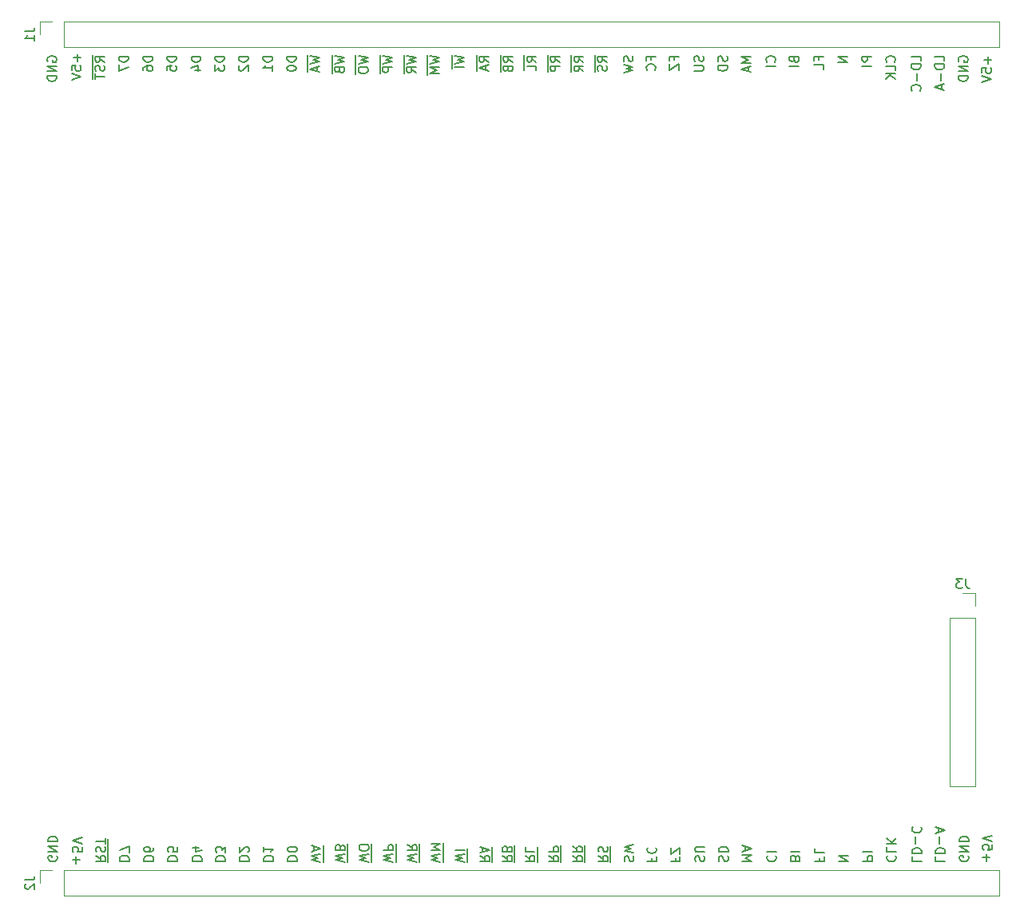
<source format=gbo>
G04 #@! TF.GenerationSoftware,KiCad,Pcbnew,8.0.3*
G04 #@! TF.CreationDate,2025-04-20T12:23:29-04:00*
G04 #@! TF.ProjectId,memory-loader-interface,6d656d6f-7279-42d6-9c6f-616465722d69,1.0*
G04 #@! TF.SameCoordinates,Original*
G04 #@! TF.FileFunction,Legend,Bot*
G04 #@! TF.FilePolarity,Positive*
%FSLAX46Y46*%
G04 Gerber Fmt 4.6, Leading zero omitted, Abs format (unit mm)*
G04 Created by KiCad (PCBNEW 8.0.3) date 2025-04-20 12:23:29*
%MOMM*%
%LPD*%
G01*
G04 APERTURE LIST*
%ADD10C,0.150000*%
%ADD11C,0.120000*%
%ADD12R,1.700000X1.700000*%
%ADD13O,1.700000X1.700000*%
%ADD14R,1.600000X1.600000*%
%ADD15O,1.600000X1.600000*%
%ADD16C,1.600000*%
G04 APERTURE END LIST*
D10*
X137704819Y-48908207D02*
X137228628Y-48574874D01*
X137704819Y-48336779D02*
X136704819Y-48336779D01*
X136704819Y-48336779D02*
X136704819Y-48717731D01*
X136704819Y-48717731D02*
X136752438Y-48812969D01*
X136752438Y-48812969D02*
X136800057Y-48860588D01*
X136800057Y-48860588D02*
X136895295Y-48908207D01*
X136895295Y-48908207D02*
X137038152Y-48908207D01*
X137038152Y-48908207D02*
X137133390Y-48860588D01*
X137133390Y-48860588D02*
X137181009Y-48812969D01*
X137181009Y-48812969D02*
X137228628Y-48717731D01*
X137228628Y-48717731D02*
X137228628Y-48336779D01*
X137704819Y-49812969D02*
X137704819Y-49336779D01*
X137704819Y-49336779D02*
X136704819Y-49336779D01*
X136427200Y-48198684D02*
X136427200Y-49808208D01*
X141545180Y-133091792D02*
X142021371Y-133425125D01*
X141545180Y-133663220D02*
X142545180Y-133663220D01*
X142545180Y-133663220D02*
X142545180Y-133282268D01*
X142545180Y-133282268D02*
X142497561Y-133187030D01*
X142497561Y-133187030D02*
X142449942Y-133139411D01*
X142449942Y-133139411D02*
X142354704Y-133091792D01*
X142354704Y-133091792D02*
X142211847Y-133091792D01*
X142211847Y-133091792D02*
X142116609Y-133139411D01*
X142116609Y-133139411D02*
X142068990Y-133187030D01*
X142068990Y-133187030D02*
X142021371Y-133282268D01*
X142021371Y-133282268D02*
X142021371Y-133663220D01*
X141545180Y-132091792D02*
X142021371Y-132425125D01*
X141545180Y-132663220D02*
X142545180Y-132663220D01*
X142545180Y-132663220D02*
X142545180Y-132282268D01*
X142545180Y-132282268D02*
X142497561Y-132187030D01*
X142497561Y-132187030D02*
X142449942Y-132139411D01*
X142449942Y-132139411D02*
X142354704Y-132091792D01*
X142354704Y-132091792D02*
X142211847Y-132091792D01*
X142211847Y-132091792D02*
X142116609Y-132139411D01*
X142116609Y-132139411D02*
X142068990Y-132187030D01*
X142068990Y-132187030D02*
X142021371Y-132282268D01*
X142021371Y-132282268D02*
X142021371Y-132663220D01*
X142822800Y-133801316D02*
X142822800Y-132001316D01*
X119945180Y-133758458D02*
X118945180Y-133520363D01*
X118945180Y-133520363D02*
X119659466Y-133329887D01*
X119659466Y-133329887D02*
X118945180Y-133139411D01*
X118945180Y-133139411D02*
X119945180Y-132901316D01*
X119945180Y-132329887D02*
X119945180Y-132139411D01*
X119945180Y-132139411D02*
X119897561Y-132044173D01*
X119897561Y-132044173D02*
X119802323Y-131948935D01*
X119802323Y-131948935D02*
X119611847Y-131901316D01*
X119611847Y-131901316D02*
X119278514Y-131901316D01*
X119278514Y-131901316D02*
X119088038Y-131948935D01*
X119088038Y-131948935D02*
X118992800Y-132044173D01*
X118992800Y-132044173D02*
X118945180Y-132139411D01*
X118945180Y-132139411D02*
X118945180Y-132329887D01*
X118945180Y-132329887D02*
X118992800Y-132425125D01*
X118992800Y-132425125D02*
X119088038Y-132520363D01*
X119088038Y-132520363D02*
X119278514Y-132567982D01*
X119278514Y-132567982D02*
X119611847Y-132567982D01*
X119611847Y-132567982D02*
X119802323Y-132520363D01*
X119802323Y-132520363D02*
X119897561Y-132425125D01*
X119897561Y-132425125D02*
X119945180Y-132329887D01*
X120222800Y-133801316D02*
X120222800Y-131810840D01*
X94454819Y-48336779D02*
X93454819Y-48336779D01*
X93454819Y-48336779D02*
X93454819Y-48574874D01*
X93454819Y-48574874D02*
X93502438Y-48717731D01*
X93502438Y-48717731D02*
X93597676Y-48812969D01*
X93597676Y-48812969D02*
X93692914Y-48860588D01*
X93692914Y-48860588D02*
X93883390Y-48908207D01*
X93883390Y-48908207D02*
X94026247Y-48908207D01*
X94026247Y-48908207D02*
X94216723Y-48860588D01*
X94216723Y-48860588D02*
X94311961Y-48812969D01*
X94311961Y-48812969D02*
X94407200Y-48717731D01*
X94407200Y-48717731D02*
X94454819Y-48574874D01*
X94454819Y-48574874D02*
X94454819Y-48336779D01*
X93454819Y-49241541D02*
X93454819Y-49908207D01*
X93454819Y-49908207D02*
X94454819Y-49479636D01*
X104654819Y-48336779D02*
X103654819Y-48336779D01*
X103654819Y-48336779D02*
X103654819Y-48574874D01*
X103654819Y-48574874D02*
X103702438Y-48717731D01*
X103702438Y-48717731D02*
X103797676Y-48812969D01*
X103797676Y-48812969D02*
X103892914Y-48860588D01*
X103892914Y-48860588D02*
X104083390Y-48908207D01*
X104083390Y-48908207D02*
X104226247Y-48908207D01*
X104226247Y-48908207D02*
X104416723Y-48860588D01*
X104416723Y-48860588D02*
X104511961Y-48812969D01*
X104511961Y-48812969D02*
X104607200Y-48717731D01*
X104607200Y-48717731D02*
X104654819Y-48574874D01*
X104654819Y-48574874D02*
X104654819Y-48336779D01*
X103654819Y-49241541D02*
X103654819Y-49860588D01*
X103654819Y-49860588D02*
X104035771Y-49527255D01*
X104035771Y-49527255D02*
X104035771Y-49670112D01*
X104035771Y-49670112D02*
X104083390Y-49765350D01*
X104083390Y-49765350D02*
X104131009Y-49812969D01*
X104131009Y-49812969D02*
X104226247Y-49860588D01*
X104226247Y-49860588D02*
X104464342Y-49860588D01*
X104464342Y-49860588D02*
X104559580Y-49812969D01*
X104559580Y-49812969D02*
X104607200Y-49765350D01*
X104607200Y-49765350D02*
X104654819Y-49670112D01*
X104654819Y-49670112D02*
X104654819Y-49384398D01*
X104654819Y-49384398D02*
X104607200Y-49289160D01*
X104607200Y-49289160D02*
X104559580Y-49241541D01*
X106245180Y-133663220D02*
X107245180Y-133663220D01*
X107245180Y-133663220D02*
X107245180Y-133425125D01*
X107245180Y-133425125D02*
X107197561Y-133282268D01*
X107197561Y-133282268D02*
X107102323Y-133187030D01*
X107102323Y-133187030D02*
X107007085Y-133139411D01*
X107007085Y-133139411D02*
X106816609Y-133091792D01*
X106816609Y-133091792D02*
X106673752Y-133091792D01*
X106673752Y-133091792D02*
X106483276Y-133139411D01*
X106483276Y-133139411D02*
X106388038Y-133187030D01*
X106388038Y-133187030D02*
X106292800Y-133282268D01*
X106292800Y-133282268D02*
X106245180Y-133425125D01*
X106245180Y-133425125D02*
X106245180Y-133663220D01*
X107149942Y-132710839D02*
X107197561Y-132663220D01*
X107197561Y-132663220D02*
X107245180Y-132567982D01*
X107245180Y-132567982D02*
X107245180Y-132329887D01*
X107245180Y-132329887D02*
X107197561Y-132234649D01*
X107197561Y-132234649D02*
X107149942Y-132187030D01*
X107149942Y-132187030D02*
X107054704Y-132139411D01*
X107054704Y-132139411D02*
X106959466Y-132139411D01*
X106959466Y-132139411D02*
X106816609Y-132187030D01*
X106816609Y-132187030D02*
X106245180Y-132758458D01*
X106245180Y-132758458D02*
X106245180Y-132139411D01*
X101245180Y-133663220D02*
X102245180Y-133663220D01*
X102245180Y-133663220D02*
X102245180Y-133425125D01*
X102245180Y-133425125D02*
X102197561Y-133282268D01*
X102197561Y-133282268D02*
X102102323Y-133187030D01*
X102102323Y-133187030D02*
X102007085Y-133139411D01*
X102007085Y-133139411D02*
X101816609Y-133091792D01*
X101816609Y-133091792D02*
X101673752Y-133091792D01*
X101673752Y-133091792D02*
X101483276Y-133139411D01*
X101483276Y-133139411D02*
X101388038Y-133187030D01*
X101388038Y-133187030D02*
X101292800Y-133282268D01*
X101292800Y-133282268D02*
X101245180Y-133425125D01*
X101245180Y-133425125D02*
X101245180Y-133663220D01*
X101911847Y-132234649D02*
X101245180Y-132234649D01*
X102292800Y-132472744D02*
X101578514Y-132710839D01*
X101578514Y-132710839D02*
X101578514Y-132091792D01*
X173254819Y-48336779D02*
X172254819Y-48336779D01*
X172254819Y-48336779D02*
X172254819Y-48717731D01*
X172254819Y-48717731D02*
X172302438Y-48812969D01*
X172302438Y-48812969D02*
X172350057Y-48860588D01*
X172350057Y-48860588D02*
X172445295Y-48908207D01*
X172445295Y-48908207D02*
X172588152Y-48908207D01*
X172588152Y-48908207D02*
X172683390Y-48860588D01*
X172683390Y-48860588D02*
X172731009Y-48812969D01*
X172731009Y-48812969D02*
X172778628Y-48717731D01*
X172778628Y-48717731D02*
X172778628Y-48336779D01*
X173254819Y-49336779D02*
X172254819Y-49336779D01*
X172345180Y-133663220D02*
X173345180Y-133663220D01*
X173345180Y-133663220D02*
X173345180Y-133282268D01*
X173345180Y-133282268D02*
X173297561Y-133187030D01*
X173297561Y-133187030D02*
X173249942Y-133139411D01*
X173249942Y-133139411D02*
X173154704Y-133091792D01*
X173154704Y-133091792D02*
X173011847Y-133091792D01*
X173011847Y-133091792D02*
X172916609Y-133139411D01*
X172916609Y-133139411D02*
X172868990Y-133187030D01*
X172868990Y-133187030D02*
X172821371Y-133282268D01*
X172821371Y-133282268D02*
X172821371Y-133663220D01*
X172345180Y-132663220D02*
X173345180Y-132663220D01*
X170654819Y-48336779D02*
X169654819Y-48336779D01*
X169654819Y-48336779D02*
X170654819Y-48908207D01*
X170654819Y-48908207D02*
X169654819Y-48908207D01*
X167768990Y-133329887D02*
X167768990Y-133663220D01*
X167245180Y-133663220D02*
X168245180Y-133663220D01*
X168245180Y-133663220D02*
X168245180Y-133187030D01*
X167245180Y-132329887D02*
X167245180Y-132806077D01*
X167245180Y-132806077D02*
X168245180Y-132806077D01*
X108845180Y-133663220D02*
X109845180Y-133663220D01*
X109845180Y-133663220D02*
X109845180Y-133425125D01*
X109845180Y-133425125D02*
X109797561Y-133282268D01*
X109797561Y-133282268D02*
X109702323Y-133187030D01*
X109702323Y-133187030D02*
X109607085Y-133139411D01*
X109607085Y-133139411D02*
X109416609Y-133091792D01*
X109416609Y-133091792D02*
X109273752Y-133091792D01*
X109273752Y-133091792D02*
X109083276Y-133139411D01*
X109083276Y-133139411D02*
X108988038Y-133187030D01*
X108988038Y-133187030D02*
X108892800Y-133282268D01*
X108892800Y-133282268D02*
X108845180Y-133425125D01*
X108845180Y-133425125D02*
X108845180Y-133663220D01*
X108845180Y-132139411D02*
X108845180Y-132710839D01*
X108845180Y-132425125D02*
X109845180Y-132425125D01*
X109845180Y-132425125D02*
X109702323Y-132520363D01*
X109702323Y-132520363D02*
X109607085Y-132615601D01*
X109607085Y-132615601D02*
X109559466Y-132710839D01*
X99554819Y-48336779D02*
X98554819Y-48336779D01*
X98554819Y-48336779D02*
X98554819Y-48574874D01*
X98554819Y-48574874D02*
X98602438Y-48717731D01*
X98602438Y-48717731D02*
X98697676Y-48812969D01*
X98697676Y-48812969D02*
X98792914Y-48860588D01*
X98792914Y-48860588D02*
X98983390Y-48908207D01*
X98983390Y-48908207D02*
X99126247Y-48908207D01*
X99126247Y-48908207D02*
X99316723Y-48860588D01*
X99316723Y-48860588D02*
X99411961Y-48812969D01*
X99411961Y-48812969D02*
X99507200Y-48717731D01*
X99507200Y-48717731D02*
X99554819Y-48574874D01*
X99554819Y-48574874D02*
X99554819Y-48336779D01*
X98554819Y-49812969D02*
X98554819Y-49336779D01*
X98554819Y-49336779D02*
X99031009Y-49289160D01*
X99031009Y-49289160D02*
X98983390Y-49336779D01*
X98983390Y-49336779D02*
X98935771Y-49432017D01*
X98935771Y-49432017D02*
X98935771Y-49670112D01*
X98935771Y-49670112D02*
X98983390Y-49765350D01*
X98983390Y-49765350D02*
X99031009Y-49812969D01*
X99031009Y-49812969D02*
X99126247Y-49860588D01*
X99126247Y-49860588D02*
X99364342Y-49860588D01*
X99364342Y-49860588D02*
X99459580Y-49812969D01*
X99459580Y-49812969D02*
X99507200Y-49765350D01*
X99507200Y-49765350D02*
X99554819Y-49670112D01*
X99554819Y-49670112D02*
X99554819Y-49432017D01*
X99554819Y-49432017D02*
X99507200Y-49336779D01*
X99507200Y-49336779D02*
X99459580Y-49289160D01*
X88926133Y-133913220D02*
X88926133Y-133151316D01*
X88545180Y-133532268D02*
X89307085Y-133532268D01*
X89545180Y-132198935D02*
X89545180Y-132675125D01*
X89545180Y-132675125D02*
X89068990Y-132722744D01*
X89068990Y-132722744D02*
X89116609Y-132675125D01*
X89116609Y-132675125D02*
X89164228Y-132579887D01*
X89164228Y-132579887D02*
X89164228Y-132341792D01*
X89164228Y-132341792D02*
X89116609Y-132246554D01*
X89116609Y-132246554D02*
X89068990Y-132198935D01*
X89068990Y-132198935D02*
X88973752Y-132151316D01*
X88973752Y-132151316D02*
X88735657Y-132151316D01*
X88735657Y-132151316D02*
X88640419Y-132198935D01*
X88640419Y-132198935D02*
X88592800Y-132246554D01*
X88592800Y-132246554D02*
X88545180Y-132341792D01*
X88545180Y-132341792D02*
X88545180Y-132579887D01*
X88545180Y-132579887D02*
X88592800Y-132675125D01*
X88592800Y-132675125D02*
X88640419Y-132722744D01*
X89545180Y-131865601D02*
X88545180Y-131532268D01*
X88545180Y-131532268D02*
X89545180Y-131198935D01*
X96145180Y-133663220D02*
X97145180Y-133663220D01*
X97145180Y-133663220D02*
X97145180Y-133425125D01*
X97145180Y-133425125D02*
X97097561Y-133282268D01*
X97097561Y-133282268D02*
X97002323Y-133187030D01*
X97002323Y-133187030D02*
X96907085Y-133139411D01*
X96907085Y-133139411D02*
X96716609Y-133091792D01*
X96716609Y-133091792D02*
X96573752Y-133091792D01*
X96573752Y-133091792D02*
X96383276Y-133139411D01*
X96383276Y-133139411D02*
X96288038Y-133187030D01*
X96288038Y-133187030D02*
X96192800Y-133282268D01*
X96192800Y-133282268D02*
X96145180Y-133425125D01*
X96145180Y-133425125D02*
X96145180Y-133663220D01*
X97145180Y-132234649D02*
X97145180Y-132425125D01*
X97145180Y-132425125D02*
X97097561Y-132520363D01*
X97097561Y-132520363D02*
X97049942Y-132567982D01*
X97049942Y-132567982D02*
X96907085Y-132663220D01*
X96907085Y-132663220D02*
X96716609Y-132710839D01*
X96716609Y-132710839D02*
X96335657Y-132710839D01*
X96335657Y-132710839D02*
X96240419Y-132663220D01*
X96240419Y-132663220D02*
X96192800Y-132615601D01*
X96192800Y-132615601D02*
X96145180Y-132520363D01*
X96145180Y-132520363D02*
X96145180Y-132329887D01*
X96145180Y-132329887D02*
X96192800Y-132234649D01*
X96192800Y-132234649D02*
X96240419Y-132187030D01*
X96240419Y-132187030D02*
X96335657Y-132139411D01*
X96335657Y-132139411D02*
X96573752Y-132139411D01*
X96573752Y-132139411D02*
X96668990Y-132187030D01*
X96668990Y-132187030D02*
X96716609Y-132234649D01*
X96716609Y-132234649D02*
X96764228Y-132329887D01*
X96764228Y-132329887D02*
X96764228Y-132520363D01*
X96764228Y-132520363D02*
X96716609Y-132615601D01*
X96716609Y-132615601D02*
X96668990Y-132663220D01*
X96668990Y-132663220D02*
X96573752Y-132710839D01*
X185573866Y-48336779D02*
X185573866Y-49098684D01*
X185954819Y-48717731D02*
X185192914Y-48717731D01*
X184954819Y-50051064D02*
X184954819Y-49574874D01*
X184954819Y-49574874D02*
X185431009Y-49527255D01*
X185431009Y-49527255D02*
X185383390Y-49574874D01*
X185383390Y-49574874D02*
X185335771Y-49670112D01*
X185335771Y-49670112D02*
X185335771Y-49908207D01*
X185335771Y-49908207D02*
X185383390Y-50003445D01*
X185383390Y-50003445D02*
X185431009Y-50051064D01*
X185431009Y-50051064D02*
X185526247Y-50098683D01*
X185526247Y-50098683D02*
X185764342Y-50098683D01*
X185764342Y-50098683D02*
X185859580Y-50051064D01*
X185859580Y-50051064D02*
X185907200Y-50003445D01*
X185907200Y-50003445D02*
X185954819Y-49908207D01*
X185954819Y-49908207D02*
X185954819Y-49670112D01*
X185954819Y-49670112D02*
X185907200Y-49574874D01*
X185907200Y-49574874D02*
X185859580Y-49527255D01*
X184954819Y-50384398D02*
X185954819Y-50717731D01*
X185954819Y-50717731D02*
X184954819Y-51051064D01*
X91954819Y-48908207D02*
X91478628Y-48574874D01*
X91954819Y-48336779D02*
X90954819Y-48336779D01*
X90954819Y-48336779D02*
X90954819Y-48717731D01*
X90954819Y-48717731D02*
X91002438Y-48812969D01*
X91002438Y-48812969D02*
X91050057Y-48860588D01*
X91050057Y-48860588D02*
X91145295Y-48908207D01*
X91145295Y-48908207D02*
X91288152Y-48908207D01*
X91288152Y-48908207D02*
X91383390Y-48860588D01*
X91383390Y-48860588D02*
X91431009Y-48812969D01*
X91431009Y-48812969D02*
X91478628Y-48717731D01*
X91478628Y-48717731D02*
X91478628Y-48336779D01*
X91907200Y-49289160D02*
X91954819Y-49432017D01*
X91954819Y-49432017D02*
X91954819Y-49670112D01*
X91954819Y-49670112D02*
X91907200Y-49765350D01*
X91907200Y-49765350D02*
X91859580Y-49812969D01*
X91859580Y-49812969D02*
X91764342Y-49860588D01*
X91764342Y-49860588D02*
X91669104Y-49860588D01*
X91669104Y-49860588D02*
X91573866Y-49812969D01*
X91573866Y-49812969D02*
X91526247Y-49765350D01*
X91526247Y-49765350D02*
X91478628Y-49670112D01*
X91478628Y-49670112D02*
X91431009Y-49479636D01*
X91431009Y-49479636D02*
X91383390Y-49384398D01*
X91383390Y-49384398D02*
X91335771Y-49336779D01*
X91335771Y-49336779D02*
X91240533Y-49289160D01*
X91240533Y-49289160D02*
X91145295Y-49289160D01*
X91145295Y-49289160D02*
X91050057Y-49336779D01*
X91050057Y-49336779D02*
X91002438Y-49384398D01*
X91002438Y-49384398D02*
X90954819Y-49479636D01*
X90954819Y-49479636D02*
X90954819Y-49717731D01*
X90954819Y-49717731D02*
X91002438Y-49860588D01*
X90954819Y-50146303D02*
X90954819Y-50717731D01*
X91954819Y-50432017D02*
X90954819Y-50432017D01*
X90677200Y-48198684D02*
X90677200Y-50712970D01*
X165168990Y-133329887D02*
X165121371Y-133187030D01*
X165121371Y-133187030D02*
X165073752Y-133139411D01*
X165073752Y-133139411D02*
X164978514Y-133091792D01*
X164978514Y-133091792D02*
X164835657Y-133091792D01*
X164835657Y-133091792D02*
X164740419Y-133139411D01*
X164740419Y-133139411D02*
X164692800Y-133187030D01*
X164692800Y-133187030D02*
X164645180Y-133282268D01*
X164645180Y-133282268D02*
X164645180Y-133663220D01*
X164645180Y-133663220D02*
X165645180Y-133663220D01*
X165645180Y-133663220D02*
X165645180Y-133329887D01*
X165645180Y-133329887D02*
X165597561Y-133234649D01*
X165597561Y-133234649D02*
X165549942Y-133187030D01*
X165549942Y-133187030D02*
X165454704Y-133139411D01*
X165454704Y-133139411D02*
X165359466Y-133139411D01*
X165359466Y-133139411D02*
X165264228Y-133187030D01*
X165264228Y-133187030D02*
X165216609Y-133234649D01*
X165216609Y-133234649D02*
X165168990Y-133329887D01*
X165168990Y-133329887D02*
X165168990Y-133663220D01*
X164645180Y-132663220D02*
X165645180Y-132663220D01*
X139045180Y-133091792D02*
X139521371Y-133425125D01*
X139045180Y-133663220D02*
X140045180Y-133663220D01*
X140045180Y-133663220D02*
X140045180Y-133282268D01*
X140045180Y-133282268D02*
X139997561Y-133187030D01*
X139997561Y-133187030D02*
X139949942Y-133139411D01*
X139949942Y-133139411D02*
X139854704Y-133091792D01*
X139854704Y-133091792D02*
X139711847Y-133091792D01*
X139711847Y-133091792D02*
X139616609Y-133139411D01*
X139616609Y-133139411D02*
X139568990Y-133187030D01*
X139568990Y-133187030D02*
X139521371Y-133282268D01*
X139521371Y-133282268D02*
X139521371Y-133663220D01*
X139045180Y-132663220D02*
X140045180Y-132663220D01*
X140045180Y-132663220D02*
X140045180Y-132282268D01*
X140045180Y-132282268D02*
X139997561Y-132187030D01*
X139997561Y-132187030D02*
X139949942Y-132139411D01*
X139949942Y-132139411D02*
X139854704Y-132091792D01*
X139854704Y-132091792D02*
X139711847Y-132091792D01*
X139711847Y-132091792D02*
X139616609Y-132139411D01*
X139616609Y-132139411D02*
X139568990Y-132187030D01*
X139568990Y-132187030D02*
X139521371Y-132282268D01*
X139521371Y-132282268D02*
X139521371Y-132663220D01*
X140322800Y-133801316D02*
X140322800Y-132001316D01*
X152468990Y-133329887D02*
X152468990Y-133663220D01*
X151945180Y-133663220D02*
X152945180Y-133663220D01*
X152945180Y-133663220D02*
X152945180Y-133187030D01*
X152945180Y-132901315D02*
X152945180Y-132234649D01*
X152945180Y-132234649D02*
X151945180Y-132901315D01*
X151945180Y-132901315D02*
X151945180Y-132234649D01*
X160454819Y-48336779D02*
X159454819Y-48336779D01*
X159454819Y-48336779D02*
X160169104Y-48670112D01*
X160169104Y-48670112D02*
X159454819Y-49003445D01*
X159454819Y-49003445D02*
X160454819Y-49003445D01*
X160169104Y-49432017D02*
X160169104Y-49908207D01*
X160454819Y-49336779D02*
X159454819Y-49670112D01*
X159454819Y-49670112D02*
X160454819Y-50003445D01*
X89073866Y-48086779D02*
X89073866Y-48848684D01*
X89454819Y-48467731D02*
X88692914Y-48467731D01*
X88454819Y-49801064D02*
X88454819Y-49324874D01*
X88454819Y-49324874D02*
X88931009Y-49277255D01*
X88931009Y-49277255D02*
X88883390Y-49324874D01*
X88883390Y-49324874D02*
X88835771Y-49420112D01*
X88835771Y-49420112D02*
X88835771Y-49658207D01*
X88835771Y-49658207D02*
X88883390Y-49753445D01*
X88883390Y-49753445D02*
X88931009Y-49801064D01*
X88931009Y-49801064D02*
X89026247Y-49848683D01*
X89026247Y-49848683D02*
X89264342Y-49848683D01*
X89264342Y-49848683D02*
X89359580Y-49801064D01*
X89359580Y-49801064D02*
X89407200Y-49753445D01*
X89407200Y-49753445D02*
X89454819Y-49658207D01*
X89454819Y-49658207D02*
X89454819Y-49420112D01*
X89454819Y-49420112D02*
X89407200Y-49324874D01*
X89407200Y-49324874D02*
X89359580Y-49277255D01*
X88454819Y-50134398D02*
X89454819Y-50467731D01*
X89454819Y-50467731D02*
X88454819Y-50801064D01*
X112254819Y-48336779D02*
X111254819Y-48336779D01*
X111254819Y-48336779D02*
X111254819Y-48574874D01*
X111254819Y-48574874D02*
X111302438Y-48717731D01*
X111302438Y-48717731D02*
X111397676Y-48812969D01*
X111397676Y-48812969D02*
X111492914Y-48860588D01*
X111492914Y-48860588D02*
X111683390Y-48908207D01*
X111683390Y-48908207D02*
X111826247Y-48908207D01*
X111826247Y-48908207D02*
X112016723Y-48860588D01*
X112016723Y-48860588D02*
X112111961Y-48812969D01*
X112111961Y-48812969D02*
X112207200Y-48717731D01*
X112207200Y-48717731D02*
X112254819Y-48574874D01*
X112254819Y-48574874D02*
X112254819Y-48336779D01*
X111254819Y-49527255D02*
X111254819Y-49622493D01*
X111254819Y-49622493D02*
X111302438Y-49717731D01*
X111302438Y-49717731D02*
X111350057Y-49765350D01*
X111350057Y-49765350D02*
X111445295Y-49812969D01*
X111445295Y-49812969D02*
X111635771Y-49860588D01*
X111635771Y-49860588D02*
X111873866Y-49860588D01*
X111873866Y-49860588D02*
X112064342Y-49812969D01*
X112064342Y-49812969D02*
X112159580Y-49765350D01*
X112159580Y-49765350D02*
X112207200Y-49717731D01*
X112207200Y-49717731D02*
X112254819Y-49622493D01*
X112254819Y-49622493D02*
X112254819Y-49527255D01*
X112254819Y-49527255D02*
X112207200Y-49432017D01*
X112207200Y-49432017D02*
X112159580Y-49384398D01*
X112159580Y-49384398D02*
X112064342Y-49336779D01*
X112064342Y-49336779D02*
X111873866Y-49289160D01*
X111873866Y-49289160D02*
X111635771Y-49289160D01*
X111635771Y-49289160D02*
X111445295Y-49336779D01*
X111445295Y-49336779D02*
X111350057Y-49384398D01*
X111350057Y-49384398D02*
X111302438Y-49432017D01*
X111302438Y-49432017D02*
X111254819Y-49527255D01*
X142704819Y-48908207D02*
X142228628Y-48574874D01*
X142704819Y-48336779D02*
X141704819Y-48336779D01*
X141704819Y-48336779D02*
X141704819Y-48717731D01*
X141704819Y-48717731D02*
X141752438Y-48812969D01*
X141752438Y-48812969D02*
X141800057Y-48860588D01*
X141800057Y-48860588D02*
X141895295Y-48908207D01*
X141895295Y-48908207D02*
X142038152Y-48908207D01*
X142038152Y-48908207D02*
X142133390Y-48860588D01*
X142133390Y-48860588D02*
X142181009Y-48812969D01*
X142181009Y-48812969D02*
X142228628Y-48717731D01*
X142228628Y-48717731D02*
X142228628Y-48336779D01*
X142704819Y-49908207D02*
X142228628Y-49574874D01*
X142704819Y-49336779D02*
X141704819Y-49336779D01*
X141704819Y-49336779D02*
X141704819Y-49717731D01*
X141704819Y-49717731D02*
X141752438Y-49812969D01*
X141752438Y-49812969D02*
X141800057Y-49860588D01*
X141800057Y-49860588D02*
X141895295Y-49908207D01*
X141895295Y-49908207D02*
X142038152Y-49908207D01*
X142038152Y-49908207D02*
X142133390Y-49860588D01*
X142133390Y-49860588D02*
X142181009Y-49812969D01*
X142181009Y-49812969D02*
X142228628Y-49717731D01*
X142228628Y-49717731D02*
X142228628Y-49336779D01*
X141427200Y-48198684D02*
X141427200Y-49998684D01*
X117445180Y-133758458D02*
X116445180Y-133520363D01*
X116445180Y-133520363D02*
X117159466Y-133329887D01*
X117159466Y-133329887D02*
X116445180Y-133139411D01*
X116445180Y-133139411D02*
X117445180Y-132901316D01*
X116968990Y-132187030D02*
X116921371Y-132044173D01*
X116921371Y-132044173D02*
X116873752Y-131996554D01*
X116873752Y-131996554D02*
X116778514Y-131948935D01*
X116778514Y-131948935D02*
X116635657Y-131948935D01*
X116635657Y-131948935D02*
X116540419Y-131996554D01*
X116540419Y-131996554D02*
X116492800Y-132044173D01*
X116492800Y-132044173D02*
X116445180Y-132139411D01*
X116445180Y-132139411D02*
X116445180Y-132520363D01*
X116445180Y-132520363D02*
X117445180Y-132520363D01*
X117445180Y-132520363D02*
X117445180Y-132187030D01*
X117445180Y-132187030D02*
X117397561Y-132091792D01*
X117397561Y-132091792D02*
X117349942Y-132044173D01*
X117349942Y-132044173D02*
X117254704Y-131996554D01*
X117254704Y-131996554D02*
X117159466Y-131996554D01*
X117159466Y-131996554D02*
X117064228Y-132044173D01*
X117064228Y-132044173D02*
X117016609Y-132091792D01*
X117016609Y-132091792D02*
X116968990Y-132187030D01*
X116968990Y-132187030D02*
X116968990Y-132520363D01*
X117722800Y-133801316D02*
X117722800Y-131858459D01*
X129054819Y-48241541D02*
X130054819Y-48479636D01*
X130054819Y-48479636D02*
X129340533Y-48670112D01*
X129340533Y-48670112D02*
X130054819Y-48860588D01*
X130054819Y-48860588D02*
X129054819Y-49098684D01*
X130054819Y-49479636D02*
X129054819Y-49479636D01*
X128777200Y-48198684D02*
X128777200Y-49617731D01*
X111345180Y-133663220D02*
X112345180Y-133663220D01*
X112345180Y-133663220D02*
X112345180Y-133425125D01*
X112345180Y-133425125D02*
X112297561Y-133282268D01*
X112297561Y-133282268D02*
X112202323Y-133187030D01*
X112202323Y-133187030D02*
X112107085Y-133139411D01*
X112107085Y-133139411D02*
X111916609Y-133091792D01*
X111916609Y-133091792D02*
X111773752Y-133091792D01*
X111773752Y-133091792D02*
X111583276Y-133139411D01*
X111583276Y-133139411D02*
X111488038Y-133187030D01*
X111488038Y-133187030D02*
X111392800Y-133282268D01*
X111392800Y-133282268D02*
X111345180Y-133425125D01*
X111345180Y-133425125D02*
X111345180Y-133663220D01*
X112345180Y-132472744D02*
X112345180Y-132377506D01*
X112345180Y-132377506D02*
X112297561Y-132282268D01*
X112297561Y-132282268D02*
X112249942Y-132234649D01*
X112249942Y-132234649D02*
X112154704Y-132187030D01*
X112154704Y-132187030D02*
X111964228Y-132139411D01*
X111964228Y-132139411D02*
X111726133Y-132139411D01*
X111726133Y-132139411D02*
X111535657Y-132187030D01*
X111535657Y-132187030D02*
X111440419Y-132234649D01*
X111440419Y-132234649D02*
X111392800Y-132282268D01*
X111392800Y-132282268D02*
X111345180Y-132377506D01*
X111345180Y-132377506D02*
X111345180Y-132472744D01*
X111345180Y-132472744D02*
X111392800Y-132567982D01*
X111392800Y-132567982D02*
X111440419Y-132615601D01*
X111440419Y-132615601D02*
X111535657Y-132663220D01*
X111535657Y-132663220D02*
X111726133Y-132710839D01*
X111726133Y-132710839D02*
X111964228Y-132710839D01*
X111964228Y-132710839D02*
X112154704Y-132663220D01*
X112154704Y-132663220D02*
X112249942Y-132615601D01*
X112249942Y-132615601D02*
X112297561Y-132567982D01*
X112297561Y-132567982D02*
X112345180Y-132472744D01*
X169745180Y-133663220D02*
X170745180Y-133663220D01*
X170745180Y-133663220D02*
X169745180Y-133091792D01*
X169745180Y-133091792D02*
X170745180Y-133091792D01*
X162240419Y-133091792D02*
X162192800Y-133139411D01*
X162192800Y-133139411D02*
X162145180Y-133282268D01*
X162145180Y-133282268D02*
X162145180Y-133377506D01*
X162145180Y-133377506D02*
X162192800Y-133520363D01*
X162192800Y-133520363D02*
X162288038Y-133615601D01*
X162288038Y-133615601D02*
X162383276Y-133663220D01*
X162383276Y-133663220D02*
X162573752Y-133710839D01*
X162573752Y-133710839D02*
X162716609Y-133710839D01*
X162716609Y-133710839D02*
X162907085Y-133663220D01*
X162907085Y-133663220D02*
X163002323Y-133615601D01*
X163002323Y-133615601D02*
X163097561Y-133520363D01*
X163097561Y-133520363D02*
X163145180Y-133377506D01*
X163145180Y-133377506D02*
X163145180Y-133282268D01*
X163145180Y-133282268D02*
X163097561Y-133139411D01*
X163097561Y-133139411D02*
X163049942Y-133091792D01*
X162145180Y-132663220D02*
X163145180Y-132663220D01*
X178454819Y-48812969D02*
X178454819Y-48336779D01*
X178454819Y-48336779D02*
X177454819Y-48336779D01*
X178454819Y-49146303D02*
X177454819Y-49146303D01*
X177454819Y-49146303D02*
X177454819Y-49384398D01*
X177454819Y-49384398D02*
X177502438Y-49527255D01*
X177502438Y-49527255D02*
X177597676Y-49622493D01*
X177597676Y-49622493D02*
X177692914Y-49670112D01*
X177692914Y-49670112D02*
X177883390Y-49717731D01*
X177883390Y-49717731D02*
X178026247Y-49717731D01*
X178026247Y-49717731D02*
X178216723Y-49670112D01*
X178216723Y-49670112D02*
X178311961Y-49622493D01*
X178311961Y-49622493D02*
X178407200Y-49527255D01*
X178407200Y-49527255D02*
X178454819Y-49384398D01*
X178454819Y-49384398D02*
X178454819Y-49146303D01*
X178073866Y-50146303D02*
X178073866Y-50908208D01*
X178359580Y-51955826D02*
X178407200Y-51908207D01*
X178407200Y-51908207D02*
X178454819Y-51765350D01*
X178454819Y-51765350D02*
X178454819Y-51670112D01*
X178454819Y-51670112D02*
X178407200Y-51527255D01*
X178407200Y-51527255D02*
X178311961Y-51432017D01*
X178311961Y-51432017D02*
X178216723Y-51384398D01*
X178216723Y-51384398D02*
X178026247Y-51336779D01*
X178026247Y-51336779D02*
X177883390Y-51336779D01*
X177883390Y-51336779D02*
X177692914Y-51384398D01*
X177692914Y-51384398D02*
X177597676Y-51432017D01*
X177597676Y-51432017D02*
X177502438Y-51527255D01*
X177502438Y-51527255D02*
X177454819Y-51670112D01*
X177454819Y-51670112D02*
X177454819Y-51765350D01*
X177454819Y-51765350D02*
X177502438Y-51908207D01*
X177502438Y-51908207D02*
X177550057Y-51955826D01*
X132654819Y-48908207D02*
X132178628Y-48574874D01*
X132654819Y-48336779D02*
X131654819Y-48336779D01*
X131654819Y-48336779D02*
X131654819Y-48717731D01*
X131654819Y-48717731D02*
X131702438Y-48812969D01*
X131702438Y-48812969D02*
X131750057Y-48860588D01*
X131750057Y-48860588D02*
X131845295Y-48908207D01*
X131845295Y-48908207D02*
X131988152Y-48908207D01*
X131988152Y-48908207D02*
X132083390Y-48860588D01*
X132083390Y-48860588D02*
X132131009Y-48812969D01*
X132131009Y-48812969D02*
X132178628Y-48717731D01*
X132178628Y-48717731D02*
X132178628Y-48336779D01*
X132369104Y-49289160D02*
X132369104Y-49765350D01*
X132654819Y-49193922D02*
X131654819Y-49527255D01*
X131654819Y-49527255D02*
X132654819Y-49860588D01*
X131377200Y-48198684D02*
X131377200Y-49855827D01*
X91045180Y-133091792D02*
X91521371Y-133425125D01*
X91045180Y-133663220D02*
X92045180Y-133663220D01*
X92045180Y-133663220D02*
X92045180Y-133282268D01*
X92045180Y-133282268D02*
X91997561Y-133187030D01*
X91997561Y-133187030D02*
X91949942Y-133139411D01*
X91949942Y-133139411D02*
X91854704Y-133091792D01*
X91854704Y-133091792D02*
X91711847Y-133091792D01*
X91711847Y-133091792D02*
X91616609Y-133139411D01*
X91616609Y-133139411D02*
X91568990Y-133187030D01*
X91568990Y-133187030D02*
X91521371Y-133282268D01*
X91521371Y-133282268D02*
X91521371Y-133663220D01*
X91092800Y-132710839D02*
X91045180Y-132567982D01*
X91045180Y-132567982D02*
X91045180Y-132329887D01*
X91045180Y-132329887D02*
X91092800Y-132234649D01*
X91092800Y-132234649D02*
X91140419Y-132187030D01*
X91140419Y-132187030D02*
X91235657Y-132139411D01*
X91235657Y-132139411D02*
X91330895Y-132139411D01*
X91330895Y-132139411D02*
X91426133Y-132187030D01*
X91426133Y-132187030D02*
X91473752Y-132234649D01*
X91473752Y-132234649D02*
X91521371Y-132329887D01*
X91521371Y-132329887D02*
X91568990Y-132520363D01*
X91568990Y-132520363D02*
X91616609Y-132615601D01*
X91616609Y-132615601D02*
X91664228Y-132663220D01*
X91664228Y-132663220D02*
X91759466Y-132710839D01*
X91759466Y-132710839D02*
X91854704Y-132710839D01*
X91854704Y-132710839D02*
X91949942Y-132663220D01*
X91949942Y-132663220D02*
X91997561Y-132615601D01*
X91997561Y-132615601D02*
X92045180Y-132520363D01*
X92045180Y-132520363D02*
X92045180Y-132282268D01*
X92045180Y-132282268D02*
X91997561Y-132139411D01*
X92045180Y-131853696D02*
X92045180Y-131282268D01*
X91045180Y-131567982D02*
X92045180Y-131567982D01*
X92322800Y-133801316D02*
X92322800Y-131287030D01*
X185426133Y-133663220D02*
X185426133Y-132901316D01*
X185045180Y-133282268D02*
X185807085Y-133282268D01*
X186045180Y-131948935D02*
X186045180Y-132425125D01*
X186045180Y-132425125D02*
X185568990Y-132472744D01*
X185568990Y-132472744D02*
X185616609Y-132425125D01*
X185616609Y-132425125D02*
X185664228Y-132329887D01*
X185664228Y-132329887D02*
X185664228Y-132091792D01*
X185664228Y-132091792D02*
X185616609Y-131996554D01*
X185616609Y-131996554D02*
X185568990Y-131948935D01*
X185568990Y-131948935D02*
X185473752Y-131901316D01*
X185473752Y-131901316D02*
X185235657Y-131901316D01*
X185235657Y-131901316D02*
X185140419Y-131948935D01*
X185140419Y-131948935D02*
X185092800Y-131996554D01*
X185092800Y-131996554D02*
X185045180Y-132091792D01*
X185045180Y-132091792D02*
X185045180Y-132329887D01*
X185045180Y-132329887D02*
X185092800Y-132425125D01*
X185092800Y-132425125D02*
X185140419Y-132472744D01*
X186045180Y-131615601D02*
X185045180Y-131282268D01*
X185045180Y-131282268D02*
X186045180Y-130948935D01*
X162959580Y-48908207D02*
X163007200Y-48860588D01*
X163007200Y-48860588D02*
X163054819Y-48717731D01*
X163054819Y-48717731D02*
X163054819Y-48622493D01*
X163054819Y-48622493D02*
X163007200Y-48479636D01*
X163007200Y-48479636D02*
X162911961Y-48384398D01*
X162911961Y-48384398D02*
X162816723Y-48336779D01*
X162816723Y-48336779D02*
X162626247Y-48289160D01*
X162626247Y-48289160D02*
X162483390Y-48289160D01*
X162483390Y-48289160D02*
X162292914Y-48336779D01*
X162292914Y-48336779D02*
X162197676Y-48384398D01*
X162197676Y-48384398D02*
X162102438Y-48479636D01*
X162102438Y-48479636D02*
X162054819Y-48622493D01*
X162054819Y-48622493D02*
X162054819Y-48717731D01*
X162054819Y-48717731D02*
X162102438Y-48860588D01*
X162102438Y-48860588D02*
X162150057Y-48908207D01*
X163054819Y-49336779D02*
X162054819Y-49336779D01*
X149968990Y-133329887D02*
X149968990Y-133663220D01*
X149445180Y-133663220D02*
X150445180Y-133663220D01*
X150445180Y-133663220D02*
X150445180Y-133187030D01*
X149540419Y-132234649D02*
X149492800Y-132282268D01*
X149492800Y-132282268D02*
X149445180Y-132425125D01*
X149445180Y-132425125D02*
X149445180Y-132520363D01*
X149445180Y-132520363D02*
X149492800Y-132663220D01*
X149492800Y-132663220D02*
X149588038Y-132758458D01*
X149588038Y-132758458D02*
X149683276Y-132806077D01*
X149683276Y-132806077D02*
X149873752Y-132853696D01*
X149873752Y-132853696D02*
X150016609Y-132853696D01*
X150016609Y-132853696D02*
X150207085Y-132806077D01*
X150207085Y-132806077D02*
X150302323Y-132758458D01*
X150302323Y-132758458D02*
X150397561Y-132663220D01*
X150397561Y-132663220D02*
X150445180Y-132520363D01*
X150445180Y-132520363D02*
X150445180Y-132425125D01*
X150445180Y-132425125D02*
X150397561Y-132282268D01*
X150397561Y-132282268D02*
X150349942Y-132234649D01*
X145204819Y-48908207D02*
X144728628Y-48574874D01*
X145204819Y-48336779D02*
X144204819Y-48336779D01*
X144204819Y-48336779D02*
X144204819Y-48717731D01*
X144204819Y-48717731D02*
X144252438Y-48812969D01*
X144252438Y-48812969D02*
X144300057Y-48860588D01*
X144300057Y-48860588D02*
X144395295Y-48908207D01*
X144395295Y-48908207D02*
X144538152Y-48908207D01*
X144538152Y-48908207D02*
X144633390Y-48860588D01*
X144633390Y-48860588D02*
X144681009Y-48812969D01*
X144681009Y-48812969D02*
X144728628Y-48717731D01*
X144728628Y-48717731D02*
X144728628Y-48336779D01*
X145157200Y-49289160D02*
X145204819Y-49432017D01*
X145204819Y-49432017D02*
X145204819Y-49670112D01*
X145204819Y-49670112D02*
X145157200Y-49765350D01*
X145157200Y-49765350D02*
X145109580Y-49812969D01*
X145109580Y-49812969D02*
X145014342Y-49860588D01*
X145014342Y-49860588D02*
X144919104Y-49860588D01*
X144919104Y-49860588D02*
X144823866Y-49812969D01*
X144823866Y-49812969D02*
X144776247Y-49765350D01*
X144776247Y-49765350D02*
X144728628Y-49670112D01*
X144728628Y-49670112D02*
X144681009Y-49479636D01*
X144681009Y-49479636D02*
X144633390Y-49384398D01*
X144633390Y-49384398D02*
X144585771Y-49336779D01*
X144585771Y-49336779D02*
X144490533Y-49289160D01*
X144490533Y-49289160D02*
X144395295Y-49289160D01*
X144395295Y-49289160D02*
X144300057Y-49336779D01*
X144300057Y-49336779D02*
X144252438Y-49384398D01*
X144252438Y-49384398D02*
X144204819Y-49479636D01*
X144204819Y-49479636D02*
X144204819Y-49717731D01*
X144204819Y-49717731D02*
X144252438Y-49860588D01*
X143927200Y-48198684D02*
X143927200Y-49951065D01*
X149831009Y-48670112D02*
X149831009Y-48336779D01*
X150354819Y-48336779D02*
X149354819Y-48336779D01*
X149354819Y-48336779D02*
X149354819Y-48812969D01*
X150259580Y-49765350D02*
X150307200Y-49717731D01*
X150307200Y-49717731D02*
X150354819Y-49574874D01*
X150354819Y-49574874D02*
X150354819Y-49479636D01*
X150354819Y-49479636D02*
X150307200Y-49336779D01*
X150307200Y-49336779D02*
X150211961Y-49241541D01*
X150211961Y-49241541D02*
X150116723Y-49193922D01*
X150116723Y-49193922D02*
X149926247Y-49146303D01*
X149926247Y-49146303D02*
X149783390Y-49146303D01*
X149783390Y-49146303D02*
X149592914Y-49193922D01*
X149592914Y-49193922D02*
X149497676Y-49241541D01*
X149497676Y-49241541D02*
X149402438Y-49336779D01*
X149402438Y-49336779D02*
X149354819Y-49479636D01*
X149354819Y-49479636D02*
X149354819Y-49574874D01*
X149354819Y-49574874D02*
X149402438Y-49717731D01*
X149402438Y-49717731D02*
X149450057Y-49765350D01*
X122545180Y-133758458D02*
X121545180Y-133520363D01*
X121545180Y-133520363D02*
X122259466Y-133329887D01*
X122259466Y-133329887D02*
X121545180Y-133139411D01*
X121545180Y-133139411D02*
X122545180Y-132901316D01*
X121545180Y-132520363D02*
X122545180Y-132520363D01*
X122545180Y-132520363D02*
X122545180Y-132139411D01*
X122545180Y-132139411D02*
X122497561Y-132044173D01*
X122497561Y-132044173D02*
X122449942Y-131996554D01*
X122449942Y-131996554D02*
X122354704Y-131948935D01*
X122354704Y-131948935D02*
X122211847Y-131948935D01*
X122211847Y-131948935D02*
X122116609Y-131996554D01*
X122116609Y-131996554D02*
X122068990Y-132044173D01*
X122068990Y-132044173D02*
X122021371Y-132139411D01*
X122021371Y-132139411D02*
X122021371Y-132520363D01*
X122822800Y-133801316D02*
X122822800Y-131858459D01*
X155407200Y-48289160D02*
X155454819Y-48432017D01*
X155454819Y-48432017D02*
X155454819Y-48670112D01*
X155454819Y-48670112D02*
X155407200Y-48765350D01*
X155407200Y-48765350D02*
X155359580Y-48812969D01*
X155359580Y-48812969D02*
X155264342Y-48860588D01*
X155264342Y-48860588D02*
X155169104Y-48860588D01*
X155169104Y-48860588D02*
X155073866Y-48812969D01*
X155073866Y-48812969D02*
X155026247Y-48765350D01*
X155026247Y-48765350D02*
X154978628Y-48670112D01*
X154978628Y-48670112D02*
X154931009Y-48479636D01*
X154931009Y-48479636D02*
X154883390Y-48384398D01*
X154883390Y-48384398D02*
X154835771Y-48336779D01*
X154835771Y-48336779D02*
X154740533Y-48289160D01*
X154740533Y-48289160D02*
X154645295Y-48289160D01*
X154645295Y-48289160D02*
X154550057Y-48336779D01*
X154550057Y-48336779D02*
X154502438Y-48384398D01*
X154502438Y-48384398D02*
X154454819Y-48479636D01*
X154454819Y-48479636D02*
X154454819Y-48717731D01*
X154454819Y-48717731D02*
X154502438Y-48860588D01*
X154454819Y-49289160D02*
X155264342Y-49289160D01*
X155264342Y-49289160D02*
X155359580Y-49336779D01*
X155359580Y-49336779D02*
X155407200Y-49384398D01*
X155407200Y-49384398D02*
X155454819Y-49479636D01*
X155454819Y-49479636D02*
X155454819Y-49670112D01*
X155454819Y-49670112D02*
X155407200Y-49765350D01*
X155407200Y-49765350D02*
X155359580Y-49812969D01*
X155359580Y-49812969D02*
X155264342Y-49860588D01*
X155264342Y-49860588D02*
X154454819Y-49860588D01*
X134145180Y-133091792D02*
X134621371Y-133425125D01*
X134145180Y-133663220D02*
X135145180Y-133663220D01*
X135145180Y-133663220D02*
X135145180Y-133282268D01*
X135145180Y-133282268D02*
X135097561Y-133187030D01*
X135097561Y-133187030D02*
X135049942Y-133139411D01*
X135049942Y-133139411D02*
X134954704Y-133091792D01*
X134954704Y-133091792D02*
X134811847Y-133091792D01*
X134811847Y-133091792D02*
X134716609Y-133139411D01*
X134716609Y-133139411D02*
X134668990Y-133187030D01*
X134668990Y-133187030D02*
X134621371Y-133282268D01*
X134621371Y-133282268D02*
X134621371Y-133663220D01*
X134668990Y-132329887D02*
X134621371Y-132187030D01*
X134621371Y-132187030D02*
X134573752Y-132139411D01*
X134573752Y-132139411D02*
X134478514Y-132091792D01*
X134478514Y-132091792D02*
X134335657Y-132091792D01*
X134335657Y-132091792D02*
X134240419Y-132139411D01*
X134240419Y-132139411D02*
X134192800Y-132187030D01*
X134192800Y-132187030D02*
X134145180Y-132282268D01*
X134145180Y-132282268D02*
X134145180Y-132663220D01*
X134145180Y-132663220D02*
X135145180Y-132663220D01*
X135145180Y-132663220D02*
X135145180Y-132329887D01*
X135145180Y-132329887D02*
X135097561Y-132234649D01*
X135097561Y-132234649D02*
X135049942Y-132187030D01*
X135049942Y-132187030D02*
X134954704Y-132139411D01*
X134954704Y-132139411D02*
X134859466Y-132139411D01*
X134859466Y-132139411D02*
X134764228Y-132187030D01*
X134764228Y-132187030D02*
X134716609Y-132234649D01*
X134716609Y-132234649D02*
X134668990Y-132329887D01*
X134668990Y-132329887D02*
X134668990Y-132663220D01*
X135422800Y-133801316D02*
X135422800Y-132001316D01*
X152331009Y-48670112D02*
X152331009Y-48336779D01*
X152854819Y-48336779D02*
X151854819Y-48336779D01*
X151854819Y-48336779D02*
X151854819Y-48812969D01*
X151854819Y-49098684D02*
X151854819Y-49765350D01*
X151854819Y-49765350D02*
X152854819Y-49098684D01*
X152854819Y-49098684D02*
X152854819Y-49765350D01*
X183497561Y-133139411D02*
X183545180Y-133234649D01*
X183545180Y-133234649D02*
X183545180Y-133377506D01*
X183545180Y-133377506D02*
X183497561Y-133520363D01*
X183497561Y-133520363D02*
X183402323Y-133615601D01*
X183402323Y-133615601D02*
X183307085Y-133663220D01*
X183307085Y-133663220D02*
X183116609Y-133710839D01*
X183116609Y-133710839D02*
X182973752Y-133710839D01*
X182973752Y-133710839D02*
X182783276Y-133663220D01*
X182783276Y-133663220D02*
X182688038Y-133615601D01*
X182688038Y-133615601D02*
X182592800Y-133520363D01*
X182592800Y-133520363D02*
X182545180Y-133377506D01*
X182545180Y-133377506D02*
X182545180Y-133282268D01*
X182545180Y-133282268D02*
X182592800Y-133139411D01*
X182592800Y-133139411D02*
X182640419Y-133091792D01*
X182640419Y-133091792D02*
X182973752Y-133091792D01*
X182973752Y-133091792D02*
X182973752Y-133282268D01*
X182545180Y-132663220D02*
X183545180Y-132663220D01*
X183545180Y-132663220D02*
X182545180Y-132091792D01*
X182545180Y-132091792D02*
X183545180Y-132091792D01*
X182545180Y-131615601D02*
X183545180Y-131615601D01*
X183545180Y-131615601D02*
X183545180Y-131377506D01*
X183545180Y-131377506D02*
X183497561Y-131234649D01*
X183497561Y-131234649D02*
X183402323Y-131139411D01*
X183402323Y-131139411D02*
X183307085Y-131091792D01*
X183307085Y-131091792D02*
X183116609Y-131044173D01*
X183116609Y-131044173D02*
X182973752Y-131044173D01*
X182973752Y-131044173D02*
X182783276Y-131091792D01*
X182783276Y-131091792D02*
X182688038Y-131139411D01*
X182688038Y-131139411D02*
X182592800Y-131234649D01*
X182592800Y-131234649D02*
X182545180Y-131377506D01*
X182545180Y-131377506D02*
X182545180Y-131615601D01*
X159545180Y-133663220D02*
X160545180Y-133663220D01*
X160545180Y-133663220D02*
X159830895Y-133329887D01*
X159830895Y-133329887D02*
X160545180Y-132996554D01*
X160545180Y-132996554D02*
X159545180Y-132996554D01*
X159830895Y-132567982D02*
X159830895Y-132091792D01*
X159545180Y-132663220D02*
X160545180Y-132329887D01*
X160545180Y-132329887D02*
X159545180Y-131996554D01*
X174940419Y-133091792D02*
X174892800Y-133139411D01*
X174892800Y-133139411D02*
X174845180Y-133282268D01*
X174845180Y-133282268D02*
X174845180Y-133377506D01*
X174845180Y-133377506D02*
X174892800Y-133520363D01*
X174892800Y-133520363D02*
X174988038Y-133615601D01*
X174988038Y-133615601D02*
X175083276Y-133663220D01*
X175083276Y-133663220D02*
X175273752Y-133710839D01*
X175273752Y-133710839D02*
X175416609Y-133710839D01*
X175416609Y-133710839D02*
X175607085Y-133663220D01*
X175607085Y-133663220D02*
X175702323Y-133615601D01*
X175702323Y-133615601D02*
X175797561Y-133520363D01*
X175797561Y-133520363D02*
X175845180Y-133377506D01*
X175845180Y-133377506D02*
X175845180Y-133282268D01*
X175845180Y-133282268D02*
X175797561Y-133139411D01*
X175797561Y-133139411D02*
X175749942Y-133091792D01*
X174845180Y-132187030D02*
X174845180Y-132663220D01*
X174845180Y-132663220D02*
X175845180Y-132663220D01*
X174845180Y-131853696D02*
X175845180Y-131853696D01*
X174845180Y-131282268D02*
X175416609Y-131710839D01*
X175845180Y-131282268D02*
X175273752Y-131853696D01*
X182502438Y-48860588D02*
X182454819Y-48765350D01*
X182454819Y-48765350D02*
X182454819Y-48622493D01*
X182454819Y-48622493D02*
X182502438Y-48479636D01*
X182502438Y-48479636D02*
X182597676Y-48384398D01*
X182597676Y-48384398D02*
X182692914Y-48336779D01*
X182692914Y-48336779D02*
X182883390Y-48289160D01*
X182883390Y-48289160D02*
X183026247Y-48289160D01*
X183026247Y-48289160D02*
X183216723Y-48336779D01*
X183216723Y-48336779D02*
X183311961Y-48384398D01*
X183311961Y-48384398D02*
X183407200Y-48479636D01*
X183407200Y-48479636D02*
X183454819Y-48622493D01*
X183454819Y-48622493D02*
X183454819Y-48717731D01*
X183454819Y-48717731D02*
X183407200Y-48860588D01*
X183407200Y-48860588D02*
X183359580Y-48908207D01*
X183359580Y-48908207D02*
X183026247Y-48908207D01*
X183026247Y-48908207D02*
X183026247Y-48717731D01*
X183454819Y-49336779D02*
X182454819Y-49336779D01*
X182454819Y-49336779D02*
X183454819Y-49908207D01*
X183454819Y-49908207D02*
X182454819Y-49908207D01*
X183454819Y-50384398D02*
X182454819Y-50384398D01*
X182454819Y-50384398D02*
X182454819Y-50622493D01*
X182454819Y-50622493D02*
X182502438Y-50765350D01*
X182502438Y-50765350D02*
X182597676Y-50860588D01*
X182597676Y-50860588D02*
X182692914Y-50908207D01*
X182692914Y-50908207D02*
X182883390Y-50955826D01*
X182883390Y-50955826D02*
X183026247Y-50955826D01*
X183026247Y-50955826D02*
X183216723Y-50908207D01*
X183216723Y-50908207D02*
X183311961Y-50860588D01*
X183311961Y-50860588D02*
X183407200Y-50765350D01*
X183407200Y-50765350D02*
X183454819Y-50622493D01*
X183454819Y-50622493D02*
X183454819Y-50384398D01*
X102154819Y-48336779D02*
X101154819Y-48336779D01*
X101154819Y-48336779D02*
X101154819Y-48574874D01*
X101154819Y-48574874D02*
X101202438Y-48717731D01*
X101202438Y-48717731D02*
X101297676Y-48812969D01*
X101297676Y-48812969D02*
X101392914Y-48860588D01*
X101392914Y-48860588D02*
X101583390Y-48908207D01*
X101583390Y-48908207D02*
X101726247Y-48908207D01*
X101726247Y-48908207D02*
X101916723Y-48860588D01*
X101916723Y-48860588D02*
X102011961Y-48812969D01*
X102011961Y-48812969D02*
X102107200Y-48717731D01*
X102107200Y-48717731D02*
X102154819Y-48574874D01*
X102154819Y-48574874D02*
X102154819Y-48336779D01*
X101488152Y-49765350D02*
X102154819Y-49765350D01*
X101107200Y-49527255D02*
X101821485Y-49289160D01*
X101821485Y-49289160D02*
X101821485Y-49908207D01*
X118854819Y-48241541D02*
X119854819Y-48479636D01*
X119854819Y-48479636D02*
X119140533Y-48670112D01*
X119140533Y-48670112D02*
X119854819Y-48860588D01*
X119854819Y-48860588D02*
X118854819Y-49098684D01*
X118854819Y-49670112D02*
X118854819Y-49860588D01*
X118854819Y-49860588D02*
X118902438Y-49955826D01*
X118902438Y-49955826D02*
X118997676Y-50051064D01*
X118997676Y-50051064D02*
X119188152Y-50098683D01*
X119188152Y-50098683D02*
X119521485Y-50098683D01*
X119521485Y-50098683D02*
X119711961Y-50051064D01*
X119711961Y-50051064D02*
X119807200Y-49955826D01*
X119807200Y-49955826D02*
X119854819Y-49860588D01*
X119854819Y-49860588D02*
X119854819Y-49670112D01*
X119854819Y-49670112D02*
X119807200Y-49574874D01*
X119807200Y-49574874D02*
X119711961Y-49479636D01*
X119711961Y-49479636D02*
X119521485Y-49432017D01*
X119521485Y-49432017D02*
X119188152Y-49432017D01*
X119188152Y-49432017D02*
X118997676Y-49479636D01*
X118997676Y-49479636D02*
X118902438Y-49574874D01*
X118902438Y-49574874D02*
X118854819Y-49670112D01*
X118577200Y-48198684D02*
X118577200Y-50189160D01*
X113754819Y-48241541D02*
X114754819Y-48479636D01*
X114754819Y-48479636D02*
X114040533Y-48670112D01*
X114040533Y-48670112D02*
X114754819Y-48860588D01*
X114754819Y-48860588D02*
X113754819Y-49098684D01*
X114469104Y-49432017D02*
X114469104Y-49908207D01*
X114754819Y-49336779D02*
X113754819Y-49670112D01*
X113754819Y-49670112D02*
X114754819Y-50003445D01*
X113477200Y-48198684D02*
X113477200Y-49998684D01*
X85902438Y-48860588D02*
X85854819Y-48765350D01*
X85854819Y-48765350D02*
X85854819Y-48622493D01*
X85854819Y-48622493D02*
X85902438Y-48479636D01*
X85902438Y-48479636D02*
X85997676Y-48384398D01*
X85997676Y-48384398D02*
X86092914Y-48336779D01*
X86092914Y-48336779D02*
X86283390Y-48289160D01*
X86283390Y-48289160D02*
X86426247Y-48289160D01*
X86426247Y-48289160D02*
X86616723Y-48336779D01*
X86616723Y-48336779D02*
X86711961Y-48384398D01*
X86711961Y-48384398D02*
X86807200Y-48479636D01*
X86807200Y-48479636D02*
X86854819Y-48622493D01*
X86854819Y-48622493D02*
X86854819Y-48717731D01*
X86854819Y-48717731D02*
X86807200Y-48860588D01*
X86807200Y-48860588D02*
X86759580Y-48908207D01*
X86759580Y-48908207D02*
X86426247Y-48908207D01*
X86426247Y-48908207D02*
X86426247Y-48717731D01*
X86854819Y-49336779D02*
X85854819Y-49336779D01*
X85854819Y-49336779D02*
X86854819Y-49908207D01*
X86854819Y-49908207D02*
X85854819Y-49908207D01*
X86854819Y-50384398D02*
X85854819Y-50384398D01*
X85854819Y-50384398D02*
X85854819Y-50622493D01*
X85854819Y-50622493D02*
X85902438Y-50765350D01*
X85902438Y-50765350D02*
X85997676Y-50860588D01*
X85997676Y-50860588D02*
X86092914Y-50908207D01*
X86092914Y-50908207D02*
X86283390Y-50955826D01*
X86283390Y-50955826D02*
X86426247Y-50955826D01*
X86426247Y-50955826D02*
X86616723Y-50908207D01*
X86616723Y-50908207D02*
X86711961Y-50860588D01*
X86711961Y-50860588D02*
X86807200Y-50765350D01*
X86807200Y-50765350D02*
X86854819Y-50622493D01*
X86854819Y-50622493D02*
X86854819Y-50384398D01*
X180954819Y-48812969D02*
X180954819Y-48336779D01*
X180954819Y-48336779D02*
X179954819Y-48336779D01*
X180954819Y-49146303D02*
X179954819Y-49146303D01*
X179954819Y-49146303D02*
X179954819Y-49384398D01*
X179954819Y-49384398D02*
X180002438Y-49527255D01*
X180002438Y-49527255D02*
X180097676Y-49622493D01*
X180097676Y-49622493D02*
X180192914Y-49670112D01*
X180192914Y-49670112D02*
X180383390Y-49717731D01*
X180383390Y-49717731D02*
X180526247Y-49717731D01*
X180526247Y-49717731D02*
X180716723Y-49670112D01*
X180716723Y-49670112D02*
X180811961Y-49622493D01*
X180811961Y-49622493D02*
X180907200Y-49527255D01*
X180907200Y-49527255D02*
X180954819Y-49384398D01*
X180954819Y-49384398D02*
X180954819Y-49146303D01*
X180573866Y-50146303D02*
X180573866Y-50908208D01*
X180669104Y-51336779D02*
X180669104Y-51812969D01*
X180954819Y-51241541D02*
X179954819Y-51574874D01*
X179954819Y-51574874D02*
X180954819Y-51908207D01*
X116354819Y-48241541D02*
X117354819Y-48479636D01*
X117354819Y-48479636D02*
X116640533Y-48670112D01*
X116640533Y-48670112D02*
X117354819Y-48860588D01*
X117354819Y-48860588D02*
X116354819Y-49098684D01*
X116831009Y-49812969D02*
X116878628Y-49955826D01*
X116878628Y-49955826D02*
X116926247Y-50003445D01*
X116926247Y-50003445D02*
X117021485Y-50051064D01*
X117021485Y-50051064D02*
X117164342Y-50051064D01*
X117164342Y-50051064D02*
X117259580Y-50003445D01*
X117259580Y-50003445D02*
X117307200Y-49955826D01*
X117307200Y-49955826D02*
X117354819Y-49860588D01*
X117354819Y-49860588D02*
X117354819Y-49479636D01*
X117354819Y-49479636D02*
X116354819Y-49479636D01*
X116354819Y-49479636D02*
X116354819Y-49812969D01*
X116354819Y-49812969D02*
X116402438Y-49908207D01*
X116402438Y-49908207D02*
X116450057Y-49955826D01*
X116450057Y-49955826D02*
X116545295Y-50003445D01*
X116545295Y-50003445D02*
X116640533Y-50003445D01*
X116640533Y-50003445D02*
X116735771Y-49955826D01*
X116735771Y-49955826D02*
X116783390Y-49908207D01*
X116783390Y-49908207D02*
X116831009Y-49812969D01*
X116831009Y-49812969D02*
X116831009Y-49479636D01*
X116077200Y-48198684D02*
X116077200Y-50141541D01*
X177545180Y-133187030D02*
X177545180Y-133663220D01*
X177545180Y-133663220D02*
X178545180Y-133663220D01*
X177545180Y-132853696D02*
X178545180Y-132853696D01*
X178545180Y-132853696D02*
X178545180Y-132615601D01*
X178545180Y-132615601D02*
X178497561Y-132472744D01*
X178497561Y-132472744D02*
X178402323Y-132377506D01*
X178402323Y-132377506D02*
X178307085Y-132329887D01*
X178307085Y-132329887D02*
X178116609Y-132282268D01*
X178116609Y-132282268D02*
X177973752Y-132282268D01*
X177973752Y-132282268D02*
X177783276Y-132329887D01*
X177783276Y-132329887D02*
X177688038Y-132377506D01*
X177688038Y-132377506D02*
X177592800Y-132472744D01*
X177592800Y-132472744D02*
X177545180Y-132615601D01*
X177545180Y-132615601D02*
X177545180Y-132853696D01*
X177926133Y-131853696D02*
X177926133Y-131091792D01*
X177640419Y-130044173D02*
X177592800Y-130091792D01*
X177592800Y-130091792D02*
X177545180Y-130234649D01*
X177545180Y-130234649D02*
X177545180Y-130329887D01*
X177545180Y-130329887D02*
X177592800Y-130472744D01*
X177592800Y-130472744D02*
X177688038Y-130567982D01*
X177688038Y-130567982D02*
X177783276Y-130615601D01*
X177783276Y-130615601D02*
X177973752Y-130663220D01*
X177973752Y-130663220D02*
X178116609Y-130663220D01*
X178116609Y-130663220D02*
X178307085Y-130615601D01*
X178307085Y-130615601D02*
X178402323Y-130567982D01*
X178402323Y-130567982D02*
X178497561Y-130472744D01*
X178497561Y-130472744D02*
X178545180Y-130329887D01*
X178545180Y-130329887D02*
X178545180Y-130234649D01*
X178545180Y-130234649D02*
X178497561Y-130091792D01*
X178497561Y-130091792D02*
X178449942Y-130044173D01*
X157907200Y-48289160D02*
X157954819Y-48432017D01*
X157954819Y-48432017D02*
X157954819Y-48670112D01*
X157954819Y-48670112D02*
X157907200Y-48765350D01*
X157907200Y-48765350D02*
X157859580Y-48812969D01*
X157859580Y-48812969D02*
X157764342Y-48860588D01*
X157764342Y-48860588D02*
X157669104Y-48860588D01*
X157669104Y-48860588D02*
X157573866Y-48812969D01*
X157573866Y-48812969D02*
X157526247Y-48765350D01*
X157526247Y-48765350D02*
X157478628Y-48670112D01*
X157478628Y-48670112D02*
X157431009Y-48479636D01*
X157431009Y-48479636D02*
X157383390Y-48384398D01*
X157383390Y-48384398D02*
X157335771Y-48336779D01*
X157335771Y-48336779D02*
X157240533Y-48289160D01*
X157240533Y-48289160D02*
X157145295Y-48289160D01*
X157145295Y-48289160D02*
X157050057Y-48336779D01*
X157050057Y-48336779D02*
X157002438Y-48384398D01*
X157002438Y-48384398D02*
X156954819Y-48479636D01*
X156954819Y-48479636D02*
X156954819Y-48717731D01*
X156954819Y-48717731D02*
X157002438Y-48860588D01*
X157954819Y-49289160D02*
X156954819Y-49289160D01*
X156954819Y-49289160D02*
X156954819Y-49527255D01*
X156954819Y-49527255D02*
X157002438Y-49670112D01*
X157002438Y-49670112D02*
X157097676Y-49765350D01*
X157097676Y-49765350D02*
X157192914Y-49812969D01*
X157192914Y-49812969D02*
X157383390Y-49860588D01*
X157383390Y-49860588D02*
X157526247Y-49860588D01*
X157526247Y-49860588D02*
X157716723Y-49812969D01*
X157716723Y-49812969D02*
X157811961Y-49765350D01*
X157811961Y-49765350D02*
X157907200Y-49670112D01*
X157907200Y-49670112D02*
X157954819Y-49527255D01*
X157954819Y-49527255D02*
X157954819Y-49289160D01*
X93545180Y-133663220D02*
X94545180Y-133663220D01*
X94545180Y-133663220D02*
X94545180Y-133425125D01*
X94545180Y-133425125D02*
X94497561Y-133282268D01*
X94497561Y-133282268D02*
X94402323Y-133187030D01*
X94402323Y-133187030D02*
X94307085Y-133139411D01*
X94307085Y-133139411D02*
X94116609Y-133091792D01*
X94116609Y-133091792D02*
X93973752Y-133091792D01*
X93973752Y-133091792D02*
X93783276Y-133139411D01*
X93783276Y-133139411D02*
X93688038Y-133187030D01*
X93688038Y-133187030D02*
X93592800Y-133282268D01*
X93592800Y-133282268D02*
X93545180Y-133425125D01*
X93545180Y-133425125D02*
X93545180Y-133663220D01*
X94545180Y-132758458D02*
X94545180Y-132091792D01*
X94545180Y-132091792D02*
X93545180Y-132520363D01*
X140204819Y-48908207D02*
X139728628Y-48574874D01*
X140204819Y-48336779D02*
X139204819Y-48336779D01*
X139204819Y-48336779D02*
X139204819Y-48717731D01*
X139204819Y-48717731D02*
X139252438Y-48812969D01*
X139252438Y-48812969D02*
X139300057Y-48860588D01*
X139300057Y-48860588D02*
X139395295Y-48908207D01*
X139395295Y-48908207D02*
X139538152Y-48908207D01*
X139538152Y-48908207D02*
X139633390Y-48860588D01*
X139633390Y-48860588D02*
X139681009Y-48812969D01*
X139681009Y-48812969D02*
X139728628Y-48717731D01*
X139728628Y-48717731D02*
X139728628Y-48336779D01*
X140204819Y-49336779D02*
X139204819Y-49336779D01*
X139204819Y-49336779D02*
X139204819Y-49717731D01*
X139204819Y-49717731D02*
X139252438Y-49812969D01*
X139252438Y-49812969D02*
X139300057Y-49860588D01*
X139300057Y-49860588D02*
X139395295Y-49908207D01*
X139395295Y-49908207D02*
X139538152Y-49908207D01*
X139538152Y-49908207D02*
X139633390Y-49860588D01*
X139633390Y-49860588D02*
X139681009Y-49812969D01*
X139681009Y-49812969D02*
X139728628Y-49717731D01*
X139728628Y-49717731D02*
X139728628Y-49336779D01*
X138927200Y-48198684D02*
X138927200Y-49998684D01*
X126454819Y-48241541D02*
X127454819Y-48479636D01*
X127454819Y-48479636D02*
X126740533Y-48670112D01*
X126740533Y-48670112D02*
X127454819Y-48860588D01*
X127454819Y-48860588D02*
X126454819Y-49098684D01*
X127454819Y-49479636D02*
X126454819Y-49479636D01*
X126454819Y-49479636D02*
X127169104Y-49812969D01*
X127169104Y-49812969D02*
X126454819Y-50146302D01*
X126454819Y-50146302D02*
X127454819Y-50146302D01*
X126177200Y-48198684D02*
X126177200Y-50284398D01*
X167631009Y-48670112D02*
X167631009Y-48336779D01*
X168154819Y-48336779D02*
X167154819Y-48336779D01*
X167154819Y-48336779D02*
X167154819Y-48812969D01*
X168154819Y-49670112D02*
X168154819Y-49193922D01*
X168154819Y-49193922D02*
X167154819Y-49193922D01*
X136545180Y-133091792D02*
X137021371Y-133425125D01*
X136545180Y-133663220D02*
X137545180Y-133663220D01*
X137545180Y-133663220D02*
X137545180Y-133282268D01*
X137545180Y-133282268D02*
X137497561Y-133187030D01*
X137497561Y-133187030D02*
X137449942Y-133139411D01*
X137449942Y-133139411D02*
X137354704Y-133091792D01*
X137354704Y-133091792D02*
X137211847Y-133091792D01*
X137211847Y-133091792D02*
X137116609Y-133139411D01*
X137116609Y-133139411D02*
X137068990Y-133187030D01*
X137068990Y-133187030D02*
X137021371Y-133282268D01*
X137021371Y-133282268D02*
X137021371Y-133663220D01*
X136545180Y-132187030D02*
X136545180Y-132663220D01*
X136545180Y-132663220D02*
X137545180Y-132663220D01*
X137822800Y-133801316D02*
X137822800Y-132191792D01*
X144295180Y-133091792D02*
X144771371Y-133425125D01*
X144295180Y-133663220D02*
X145295180Y-133663220D01*
X145295180Y-133663220D02*
X145295180Y-133282268D01*
X145295180Y-133282268D02*
X145247561Y-133187030D01*
X145247561Y-133187030D02*
X145199942Y-133139411D01*
X145199942Y-133139411D02*
X145104704Y-133091792D01*
X145104704Y-133091792D02*
X144961847Y-133091792D01*
X144961847Y-133091792D02*
X144866609Y-133139411D01*
X144866609Y-133139411D02*
X144818990Y-133187030D01*
X144818990Y-133187030D02*
X144771371Y-133282268D01*
X144771371Y-133282268D02*
X144771371Y-133663220D01*
X144342800Y-132710839D02*
X144295180Y-132567982D01*
X144295180Y-132567982D02*
X144295180Y-132329887D01*
X144295180Y-132329887D02*
X144342800Y-132234649D01*
X144342800Y-132234649D02*
X144390419Y-132187030D01*
X144390419Y-132187030D02*
X144485657Y-132139411D01*
X144485657Y-132139411D02*
X144580895Y-132139411D01*
X144580895Y-132139411D02*
X144676133Y-132187030D01*
X144676133Y-132187030D02*
X144723752Y-132234649D01*
X144723752Y-132234649D02*
X144771371Y-132329887D01*
X144771371Y-132329887D02*
X144818990Y-132520363D01*
X144818990Y-132520363D02*
X144866609Y-132615601D01*
X144866609Y-132615601D02*
X144914228Y-132663220D01*
X144914228Y-132663220D02*
X145009466Y-132710839D01*
X145009466Y-132710839D02*
X145104704Y-132710839D01*
X145104704Y-132710839D02*
X145199942Y-132663220D01*
X145199942Y-132663220D02*
X145247561Y-132615601D01*
X145247561Y-132615601D02*
X145295180Y-132520363D01*
X145295180Y-132520363D02*
X145295180Y-132282268D01*
X145295180Y-132282268D02*
X145247561Y-132139411D01*
X145572800Y-133801316D02*
X145572800Y-132048935D01*
X98645180Y-133663220D02*
X99645180Y-133663220D01*
X99645180Y-133663220D02*
X99645180Y-133425125D01*
X99645180Y-133425125D02*
X99597561Y-133282268D01*
X99597561Y-133282268D02*
X99502323Y-133187030D01*
X99502323Y-133187030D02*
X99407085Y-133139411D01*
X99407085Y-133139411D02*
X99216609Y-133091792D01*
X99216609Y-133091792D02*
X99073752Y-133091792D01*
X99073752Y-133091792D02*
X98883276Y-133139411D01*
X98883276Y-133139411D02*
X98788038Y-133187030D01*
X98788038Y-133187030D02*
X98692800Y-133282268D01*
X98692800Y-133282268D02*
X98645180Y-133425125D01*
X98645180Y-133425125D02*
X98645180Y-133663220D01*
X99645180Y-132187030D02*
X99645180Y-132663220D01*
X99645180Y-132663220D02*
X99168990Y-132710839D01*
X99168990Y-132710839D02*
X99216609Y-132663220D01*
X99216609Y-132663220D02*
X99264228Y-132567982D01*
X99264228Y-132567982D02*
X99264228Y-132329887D01*
X99264228Y-132329887D02*
X99216609Y-132234649D01*
X99216609Y-132234649D02*
X99168990Y-132187030D01*
X99168990Y-132187030D02*
X99073752Y-132139411D01*
X99073752Y-132139411D02*
X98835657Y-132139411D01*
X98835657Y-132139411D02*
X98740419Y-132187030D01*
X98740419Y-132187030D02*
X98692800Y-132234649D01*
X98692800Y-132234649D02*
X98645180Y-132329887D01*
X98645180Y-132329887D02*
X98645180Y-132567982D01*
X98645180Y-132567982D02*
X98692800Y-132663220D01*
X98692800Y-132663220D02*
X98740419Y-132710839D01*
X180045180Y-133187030D02*
X180045180Y-133663220D01*
X180045180Y-133663220D02*
X181045180Y-133663220D01*
X180045180Y-132853696D02*
X181045180Y-132853696D01*
X181045180Y-132853696D02*
X181045180Y-132615601D01*
X181045180Y-132615601D02*
X180997561Y-132472744D01*
X180997561Y-132472744D02*
X180902323Y-132377506D01*
X180902323Y-132377506D02*
X180807085Y-132329887D01*
X180807085Y-132329887D02*
X180616609Y-132282268D01*
X180616609Y-132282268D02*
X180473752Y-132282268D01*
X180473752Y-132282268D02*
X180283276Y-132329887D01*
X180283276Y-132329887D02*
X180188038Y-132377506D01*
X180188038Y-132377506D02*
X180092800Y-132472744D01*
X180092800Y-132472744D02*
X180045180Y-132615601D01*
X180045180Y-132615601D02*
X180045180Y-132853696D01*
X180426133Y-131853696D02*
X180426133Y-131091792D01*
X180330895Y-130663220D02*
X180330895Y-130187030D01*
X180045180Y-130758458D02*
X181045180Y-130425125D01*
X181045180Y-130425125D02*
X180045180Y-130091792D01*
X131745180Y-133091792D02*
X132221371Y-133425125D01*
X131745180Y-133663220D02*
X132745180Y-133663220D01*
X132745180Y-133663220D02*
X132745180Y-133282268D01*
X132745180Y-133282268D02*
X132697561Y-133187030D01*
X132697561Y-133187030D02*
X132649942Y-133139411D01*
X132649942Y-133139411D02*
X132554704Y-133091792D01*
X132554704Y-133091792D02*
X132411847Y-133091792D01*
X132411847Y-133091792D02*
X132316609Y-133139411D01*
X132316609Y-133139411D02*
X132268990Y-133187030D01*
X132268990Y-133187030D02*
X132221371Y-133282268D01*
X132221371Y-133282268D02*
X132221371Y-133663220D01*
X132030895Y-132710839D02*
X132030895Y-132234649D01*
X131745180Y-132806077D02*
X132745180Y-132472744D01*
X132745180Y-132472744D02*
X131745180Y-132139411D01*
X133022800Y-133801316D02*
X133022800Y-132144173D01*
X127545180Y-133758458D02*
X126545180Y-133520363D01*
X126545180Y-133520363D02*
X127259466Y-133329887D01*
X127259466Y-133329887D02*
X126545180Y-133139411D01*
X126545180Y-133139411D02*
X127545180Y-132901316D01*
X126545180Y-132520363D02*
X127545180Y-132520363D01*
X127545180Y-132520363D02*
X126830895Y-132187030D01*
X126830895Y-132187030D02*
X127545180Y-131853697D01*
X127545180Y-131853697D02*
X126545180Y-131853697D01*
X127822800Y-133801316D02*
X127822800Y-131715602D01*
X125045180Y-133758458D02*
X124045180Y-133520363D01*
X124045180Y-133520363D02*
X124759466Y-133329887D01*
X124759466Y-133329887D02*
X124045180Y-133139411D01*
X124045180Y-133139411D02*
X125045180Y-132901316D01*
X124045180Y-131948935D02*
X124521371Y-132282268D01*
X124045180Y-132520363D02*
X125045180Y-132520363D01*
X125045180Y-132520363D02*
X125045180Y-132139411D01*
X125045180Y-132139411D02*
X124997561Y-132044173D01*
X124997561Y-132044173D02*
X124949942Y-131996554D01*
X124949942Y-131996554D02*
X124854704Y-131948935D01*
X124854704Y-131948935D02*
X124711847Y-131948935D01*
X124711847Y-131948935D02*
X124616609Y-131996554D01*
X124616609Y-131996554D02*
X124568990Y-132044173D01*
X124568990Y-132044173D02*
X124521371Y-132139411D01*
X124521371Y-132139411D02*
X124521371Y-132520363D01*
X125322800Y-133801316D02*
X125322800Y-131858459D01*
X135204819Y-48908207D02*
X134728628Y-48574874D01*
X135204819Y-48336779D02*
X134204819Y-48336779D01*
X134204819Y-48336779D02*
X134204819Y-48717731D01*
X134204819Y-48717731D02*
X134252438Y-48812969D01*
X134252438Y-48812969D02*
X134300057Y-48860588D01*
X134300057Y-48860588D02*
X134395295Y-48908207D01*
X134395295Y-48908207D02*
X134538152Y-48908207D01*
X134538152Y-48908207D02*
X134633390Y-48860588D01*
X134633390Y-48860588D02*
X134681009Y-48812969D01*
X134681009Y-48812969D02*
X134728628Y-48717731D01*
X134728628Y-48717731D02*
X134728628Y-48336779D01*
X134681009Y-49670112D02*
X134728628Y-49812969D01*
X134728628Y-49812969D02*
X134776247Y-49860588D01*
X134776247Y-49860588D02*
X134871485Y-49908207D01*
X134871485Y-49908207D02*
X135014342Y-49908207D01*
X135014342Y-49908207D02*
X135109580Y-49860588D01*
X135109580Y-49860588D02*
X135157200Y-49812969D01*
X135157200Y-49812969D02*
X135204819Y-49717731D01*
X135204819Y-49717731D02*
X135204819Y-49336779D01*
X135204819Y-49336779D02*
X134204819Y-49336779D01*
X134204819Y-49336779D02*
X134204819Y-49670112D01*
X134204819Y-49670112D02*
X134252438Y-49765350D01*
X134252438Y-49765350D02*
X134300057Y-49812969D01*
X134300057Y-49812969D02*
X134395295Y-49860588D01*
X134395295Y-49860588D02*
X134490533Y-49860588D01*
X134490533Y-49860588D02*
X134585771Y-49812969D01*
X134585771Y-49812969D02*
X134633390Y-49765350D01*
X134633390Y-49765350D02*
X134681009Y-49670112D01*
X134681009Y-49670112D02*
X134681009Y-49336779D01*
X133927200Y-48198684D02*
X133927200Y-49998684D01*
X175659580Y-48908207D02*
X175707200Y-48860588D01*
X175707200Y-48860588D02*
X175754819Y-48717731D01*
X175754819Y-48717731D02*
X175754819Y-48622493D01*
X175754819Y-48622493D02*
X175707200Y-48479636D01*
X175707200Y-48479636D02*
X175611961Y-48384398D01*
X175611961Y-48384398D02*
X175516723Y-48336779D01*
X175516723Y-48336779D02*
X175326247Y-48289160D01*
X175326247Y-48289160D02*
X175183390Y-48289160D01*
X175183390Y-48289160D02*
X174992914Y-48336779D01*
X174992914Y-48336779D02*
X174897676Y-48384398D01*
X174897676Y-48384398D02*
X174802438Y-48479636D01*
X174802438Y-48479636D02*
X174754819Y-48622493D01*
X174754819Y-48622493D02*
X174754819Y-48717731D01*
X174754819Y-48717731D02*
X174802438Y-48860588D01*
X174802438Y-48860588D02*
X174850057Y-48908207D01*
X175754819Y-49812969D02*
X175754819Y-49336779D01*
X175754819Y-49336779D02*
X174754819Y-49336779D01*
X175754819Y-50146303D02*
X174754819Y-50146303D01*
X175754819Y-50717731D02*
X175183390Y-50289160D01*
X174754819Y-50717731D02*
X175326247Y-50146303D01*
X147907200Y-48289160D02*
X147954819Y-48432017D01*
X147954819Y-48432017D02*
X147954819Y-48670112D01*
X147954819Y-48670112D02*
X147907200Y-48765350D01*
X147907200Y-48765350D02*
X147859580Y-48812969D01*
X147859580Y-48812969D02*
X147764342Y-48860588D01*
X147764342Y-48860588D02*
X147669104Y-48860588D01*
X147669104Y-48860588D02*
X147573866Y-48812969D01*
X147573866Y-48812969D02*
X147526247Y-48765350D01*
X147526247Y-48765350D02*
X147478628Y-48670112D01*
X147478628Y-48670112D02*
X147431009Y-48479636D01*
X147431009Y-48479636D02*
X147383390Y-48384398D01*
X147383390Y-48384398D02*
X147335771Y-48336779D01*
X147335771Y-48336779D02*
X147240533Y-48289160D01*
X147240533Y-48289160D02*
X147145295Y-48289160D01*
X147145295Y-48289160D02*
X147050057Y-48336779D01*
X147050057Y-48336779D02*
X147002438Y-48384398D01*
X147002438Y-48384398D02*
X146954819Y-48479636D01*
X146954819Y-48479636D02*
X146954819Y-48717731D01*
X146954819Y-48717731D02*
X147002438Y-48860588D01*
X146954819Y-49193922D02*
X147954819Y-49432017D01*
X147954819Y-49432017D02*
X147240533Y-49622493D01*
X147240533Y-49622493D02*
X147954819Y-49812969D01*
X147954819Y-49812969D02*
X146954819Y-50051065D01*
X121454819Y-48241541D02*
X122454819Y-48479636D01*
X122454819Y-48479636D02*
X121740533Y-48670112D01*
X121740533Y-48670112D02*
X122454819Y-48860588D01*
X122454819Y-48860588D02*
X121454819Y-49098684D01*
X122454819Y-49479636D02*
X121454819Y-49479636D01*
X121454819Y-49479636D02*
X121454819Y-49860588D01*
X121454819Y-49860588D02*
X121502438Y-49955826D01*
X121502438Y-49955826D02*
X121550057Y-50003445D01*
X121550057Y-50003445D02*
X121645295Y-50051064D01*
X121645295Y-50051064D02*
X121788152Y-50051064D01*
X121788152Y-50051064D02*
X121883390Y-50003445D01*
X121883390Y-50003445D02*
X121931009Y-49955826D01*
X121931009Y-49955826D02*
X121978628Y-49860588D01*
X121978628Y-49860588D02*
X121978628Y-49479636D01*
X121177200Y-48198684D02*
X121177200Y-50141541D01*
X109754819Y-48336779D02*
X108754819Y-48336779D01*
X108754819Y-48336779D02*
X108754819Y-48574874D01*
X108754819Y-48574874D02*
X108802438Y-48717731D01*
X108802438Y-48717731D02*
X108897676Y-48812969D01*
X108897676Y-48812969D02*
X108992914Y-48860588D01*
X108992914Y-48860588D02*
X109183390Y-48908207D01*
X109183390Y-48908207D02*
X109326247Y-48908207D01*
X109326247Y-48908207D02*
X109516723Y-48860588D01*
X109516723Y-48860588D02*
X109611961Y-48812969D01*
X109611961Y-48812969D02*
X109707200Y-48717731D01*
X109707200Y-48717731D02*
X109754819Y-48574874D01*
X109754819Y-48574874D02*
X109754819Y-48336779D01*
X109754819Y-49860588D02*
X109754819Y-49289160D01*
X109754819Y-49574874D02*
X108754819Y-49574874D01*
X108754819Y-49574874D02*
X108897676Y-49479636D01*
X108897676Y-49479636D02*
X108992914Y-49384398D01*
X108992914Y-49384398D02*
X109040533Y-49289160D01*
X114845180Y-133758458D02*
X113845180Y-133520363D01*
X113845180Y-133520363D02*
X114559466Y-133329887D01*
X114559466Y-133329887D02*
X113845180Y-133139411D01*
X113845180Y-133139411D02*
X114845180Y-132901316D01*
X114130895Y-132567982D02*
X114130895Y-132091792D01*
X113845180Y-132663220D02*
X114845180Y-132329887D01*
X114845180Y-132329887D02*
X113845180Y-131996554D01*
X115122800Y-133801316D02*
X115122800Y-132001316D01*
X107154819Y-48336779D02*
X106154819Y-48336779D01*
X106154819Y-48336779D02*
X106154819Y-48574874D01*
X106154819Y-48574874D02*
X106202438Y-48717731D01*
X106202438Y-48717731D02*
X106297676Y-48812969D01*
X106297676Y-48812969D02*
X106392914Y-48860588D01*
X106392914Y-48860588D02*
X106583390Y-48908207D01*
X106583390Y-48908207D02*
X106726247Y-48908207D01*
X106726247Y-48908207D02*
X106916723Y-48860588D01*
X106916723Y-48860588D02*
X107011961Y-48812969D01*
X107011961Y-48812969D02*
X107107200Y-48717731D01*
X107107200Y-48717731D02*
X107154819Y-48574874D01*
X107154819Y-48574874D02*
X107154819Y-48336779D01*
X106250057Y-49289160D02*
X106202438Y-49336779D01*
X106202438Y-49336779D02*
X106154819Y-49432017D01*
X106154819Y-49432017D02*
X106154819Y-49670112D01*
X106154819Y-49670112D02*
X106202438Y-49765350D01*
X106202438Y-49765350D02*
X106250057Y-49812969D01*
X106250057Y-49812969D02*
X106345295Y-49860588D01*
X106345295Y-49860588D02*
X106440533Y-49860588D01*
X106440533Y-49860588D02*
X106583390Y-49812969D01*
X106583390Y-49812969D02*
X107154819Y-49241541D01*
X107154819Y-49241541D02*
X107154819Y-49860588D01*
X103745180Y-133663220D02*
X104745180Y-133663220D01*
X104745180Y-133663220D02*
X104745180Y-133425125D01*
X104745180Y-133425125D02*
X104697561Y-133282268D01*
X104697561Y-133282268D02*
X104602323Y-133187030D01*
X104602323Y-133187030D02*
X104507085Y-133139411D01*
X104507085Y-133139411D02*
X104316609Y-133091792D01*
X104316609Y-133091792D02*
X104173752Y-133091792D01*
X104173752Y-133091792D02*
X103983276Y-133139411D01*
X103983276Y-133139411D02*
X103888038Y-133187030D01*
X103888038Y-133187030D02*
X103792800Y-133282268D01*
X103792800Y-133282268D02*
X103745180Y-133425125D01*
X103745180Y-133425125D02*
X103745180Y-133663220D01*
X104745180Y-132758458D02*
X104745180Y-132139411D01*
X104745180Y-132139411D02*
X104364228Y-132472744D01*
X104364228Y-132472744D02*
X104364228Y-132329887D01*
X104364228Y-132329887D02*
X104316609Y-132234649D01*
X104316609Y-132234649D02*
X104268990Y-132187030D01*
X104268990Y-132187030D02*
X104173752Y-132139411D01*
X104173752Y-132139411D02*
X103935657Y-132139411D01*
X103935657Y-132139411D02*
X103840419Y-132187030D01*
X103840419Y-132187030D02*
X103792800Y-132234649D01*
X103792800Y-132234649D02*
X103745180Y-132329887D01*
X103745180Y-132329887D02*
X103745180Y-132615601D01*
X103745180Y-132615601D02*
X103792800Y-132710839D01*
X103792800Y-132710839D02*
X103840419Y-132758458D01*
X123954819Y-48241541D02*
X124954819Y-48479636D01*
X124954819Y-48479636D02*
X124240533Y-48670112D01*
X124240533Y-48670112D02*
X124954819Y-48860588D01*
X124954819Y-48860588D02*
X123954819Y-49098684D01*
X124954819Y-50051064D02*
X124478628Y-49717731D01*
X124954819Y-49479636D02*
X123954819Y-49479636D01*
X123954819Y-49479636D02*
X123954819Y-49860588D01*
X123954819Y-49860588D02*
X124002438Y-49955826D01*
X124002438Y-49955826D02*
X124050057Y-50003445D01*
X124050057Y-50003445D02*
X124145295Y-50051064D01*
X124145295Y-50051064D02*
X124288152Y-50051064D01*
X124288152Y-50051064D02*
X124383390Y-50003445D01*
X124383390Y-50003445D02*
X124431009Y-49955826D01*
X124431009Y-49955826D02*
X124478628Y-49860588D01*
X124478628Y-49860588D02*
X124478628Y-49479636D01*
X123677200Y-48198684D02*
X123677200Y-50141541D01*
X154592800Y-133710839D02*
X154545180Y-133567982D01*
X154545180Y-133567982D02*
X154545180Y-133329887D01*
X154545180Y-133329887D02*
X154592800Y-133234649D01*
X154592800Y-133234649D02*
X154640419Y-133187030D01*
X154640419Y-133187030D02*
X154735657Y-133139411D01*
X154735657Y-133139411D02*
X154830895Y-133139411D01*
X154830895Y-133139411D02*
X154926133Y-133187030D01*
X154926133Y-133187030D02*
X154973752Y-133234649D01*
X154973752Y-133234649D02*
X155021371Y-133329887D01*
X155021371Y-133329887D02*
X155068990Y-133520363D01*
X155068990Y-133520363D02*
X155116609Y-133615601D01*
X155116609Y-133615601D02*
X155164228Y-133663220D01*
X155164228Y-133663220D02*
X155259466Y-133710839D01*
X155259466Y-133710839D02*
X155354704Y-133710839D01*
X155354704Y-133710839D02*
X155449942Y-133663220D01*
X155449942Y-133663220D02*
X155497561Y-133615601D01*
X155497561Y-133615601D02*
X155545180Y-133520363D01*
X155545180Y-133520363D02*
X155545180Y-133282268D01*
X155545180Y-133282268D02*
X155497561Y-133139411D01*
X155545180Y-132710839D02*
X154735657Y-132710839D01*
X154735657Y-132710839D02*
X154640419Y-132663220D01*
X154640419Y-132663220D02*
X154592800Y-132615601D01*
X154592800Y-132615601D02*
X154545180Y-132520363D01*
X154545180Y-132520363D02*
X154545180Y-132329887D01*
X154545180Y-132329887D02*
X154592800Y-132234649D01*
X154592800Y-132234649D02*
X154640419Y-132187030D01*
X154640419Y-132187030D02*
X154735657Y-132139411D01*
X154735657Y-132139411D02*
X155545180Y-132139411D01*
X147092800Y-133710839D02*
X147045180Y-133567982D01*
X147045180Y-133567982D02*
X147045180Y-133329887D01*
X147045180Y-133329887D02*
X147092800Y-133234649D01*
X147092800Y-133234649D02*
X147140419Y-133187030D01*
X147140419Y-133187030D02*
X147235657Y-133139411D01*
X147235657Y-133139411D02*
X147330895Y-133139411D01*
X147330895Y-133139411D02*
X147426133Y-133187030D01*
X147426133Y-133187030D02*
X147473752Y-133234649D01*
X147473752Y-133234649D02*
X147521371Y-133329887D01*
X147521371Y-133329887D02*
X147568990Y-133520363D01*
X147568990Y-133520363D02*
X147616609Y-133615601D01*
X147616609Y-133615601D02*
X147664228Y-133663220D01*
X147664228Y-133663220D02*
X147759466Y-133710839D01*
X147759466Y-133710839D02*
X147854704Y-133710839D01*
X147854704Y-133710839D02*
X147949942Y-133663220D01*
X147949942Y-133663220D02*
X147997561Y-133615601D01*
X147997561Y-133615601D02*
X148045180Y-133520363D01*
X148045180Y-133520363D02*
X148045180Y-133282268D01*
X148045180Y-133282268D02*
X147997561Y-133139411D01*
X148045180Y-132806077D02*
X147045180Y-132567982D01*
X147045180Y-132567982D02*
X147759466Y-132377506D01*
X147759466Y-132377506D02*
X147045180Y-132187030D01*
X147045180Y-132187030D02*
X148045180Y-131948935D01*
X165031009Y-48670112D02*
X165078628Y-48812969D01*
X165078628Y-48812969D02*
X165126247Y-48860588D01*
X165126247Y-48860588D02*
X165221485Y-48908207D01*
X165221485Y-48908207D02*
X165364342Y-48908207D01*
X165364342Y-48908207D02*
X165459580Y-48860588D01*
X165459580Y-48860588D02*
X165507200Y-48812969D01*
X165507200Y-48812969D02*
X165554819Y-48717731D01*
X165554819Y-48717731D02*
X165554819Y-48336779D01*
X165554819Y-48336779D02*
X164554819Y-48336779D01*
X164554819Y-48336779D02*
X164554819Y-48670112D01*
X164554819Y-48670112D02*
X164602438Y-48765350D01*
X164602438Y-48765350D02*
X164650057Y-48812969D01*
X164650057Y-48812969D02*
X164745295Y-48860588D01*
X164745295Y-48860588D02*
X164840533Y-48860588D01*
X164840533Y-48860588D02*
X164935771Y-48812969D01*
X164935771Y-48812969D02*
X164983390Y-48765350D01*
X164983390Y-48765350D02*
X165031009Y-48670112D01*
X165031009Y-48670112D02*
X165031009Y-48336779D01*
X165554819Y-49336779D02*
X164554819Y-49336779D01*
X157092800Y-133710839D02*
X157045180Y-133567982D01*
X157045180Y-133567982D02*
X157045180Y-133329887D01*
X157045180Y-133329887D02*
X157092800Y-133234649D01*
X157092800Y-133234649D02*
X157140419Y-133187030D01*
X157140419Y-133187030D02*
X157235657Y-133139411D01*
X157235657Y-133139411D02*
X157330895Y-133139411D01*
X157330895Y-133139411D02*
X157426133Y-133187030D01*
X157426133Y-133187030D02*
X157473752Y-133234649D01*
X157473752Y-133234649D02*
X157521371Y-133329887D01*
X157521371Y-133329887D02*
X157568990Y-133520363D01*
X157568990Y-133520363D02*
X157616609Y-133615601D01*
X157616609Y-133615601D02*
X157664228Y-133663220D01*
X157664228Y-133663220D02*
X157759466Y-133710839D01*
X157759466Y-133710839D02*
X157854704Y-133710839D01*
X157854704Y-133710839D02*
X157949942Y-133663220D01*
X157949942Y-133663220D02*
X157997561Y-133615601D01*
X157997561Y-133615601D02*
X158045180Y-133520363D01*
X158045180Y-133520363D02*
X158045180Y-133282268D01*
X158045180Y-133282268D02*
X157997561Y-133139411D01*
X157045180Y-132710839D02*
X158045180Y-132710839D01*
X158045180Y-132710839D02*
X158045180Y-132472744D01*
X158045180Y-132472744D02*
X157997561Y-132329887D01*
X157997561Y-132329887D02*
X157902323Y-132234649D01*
X157902323Y-132234649D02*
X157807085Y-132187030D01*
X157807085Y-132187030D02*
X157616609Y-132139411D01*
X157616609Y-132139411D02*
X157473752Y-132139411D01*
X157473752Y-132139411D02*
X157283276Y-132187030D01*
X157283276Y-132187030D02*
X157188038Y-132234649D01*
X157188038Y-132234649D02*
X157092800Y-132329887D01*
X157092800Y-132329887D02*
X157045180Y-132472744D01*
X157045180Y-132472744D02*
X157045180Y-132710839D01*
X130145180Y-133758458D02*
X129145180Y-133520363D01*
X129145180Y-133520363D02*
X129859466Y-133329887D01*
X129859466Y-133329887D02*
X129145180Y-133139411D01*
X129145180Y-133139411D02*
X130145180Y-132901316D01*
X129145180Y-132520363D02*
X130145180Y-132520363D01*
X130422800Y-133801316D02*
X130422800Y-132382269D01*
X86897561Y-133139411D02*
X86945180Y-133234649D01*
X86945180Y-133234649D02*
X86945180Y-133377506D01*
X86945180Y-133377506D02*
X86897561Y-133520363D01*
X86897561Y-133520363D02*
X86802323Y-133615601D01*
X86802323Y-133615601D02*
X86707085Y-133663220D01*
X86707085Y-133663220D02*
X86516609Y-133710839D01*
X86516609Y-133710839D02*
X86373752Y-133710839D01*
X86373752Y-133710839D02*
X86183276Y-133663220D01*
X86183276Y-133663220D02*
X86088038Y-133615601D01*
X86088038Y-133615601D02*
X85992800Y-133520363D01*
X85992800Y-133520363D02*
X85945180Y-133377506D01*
X85945180Y-133377506D02*
X85945180Y-133282268D01*
X85945180Y-133282268D02*
X85992800Y-133139411D01*
X85992800Y-133139411D02*
X86040419Y-133091792D01*
X86040419Y-133091792D02*
X86373752Y-133091792D01*
X86373752Y-133091792D02*
X86373752Y-133282268D01*
X85945180Y-132663220D02*
X86945180Y-132663220D01*
X86945180Y-132663220D02*
X85945180Y-132091792D01*
X85945180Y-132091792D02*
X86945180Y-132091792D01*
X85945180Y-131615601D02*
X86945180Y-131615601D01*
X86945180Y-131615601D02*
X86945180Y-131377506D01*
X86945180Y-131377506D02*
X86897561Y-131234649D01*
X86897561Y-131234649D02*
X86802323Y-131139411D01*
X86802323Y-131139411D02*
X86707085Y-131091792D01*
X86707085Y-131091792D02*
X86516609Y-131044173D01*
X86516609Y-131044173D02*
X86373752Y-131044173D01*
X86373752Y-131044173D02*
X86183276Y-131091792D01*
X86183276Y-131091792D02*
X86088038Y-131139411D01*
X86088038Y-131139411D02*
X85992800Y-131234649D01*
X85992800Y-131234649D02*
X85945180Y-131377506D01*
X85945180Y-131377506D02*
X85945180Y-131615601D01*
X97054819Y-48336779D02*
X96054819Y-48336779D01*
X96054819Y-48336779D02*
X96054819Y-48574874D01*
X96054819Y-48574874D02*
X96102438Y-48717731D01*
X96102438Y-48717731D02*
X96197676Y-48812969D01*
X96197676Y-48812969D02*
X96292914Y-48860588D01*
X96292914Y-48860588D02*
X96483390Y-48908207D01*
X96483390Y-48908207D02*
X96626247Y-48908207D01*
X96626247Y-48908207D02*
X96816723Y-48860588D01*
X96816723Y-48860588D02*
X96911961Y-48812969D01*
X96911961Y-48812969D02*
X97007200Y-48717731D01*
X97007200Y-48717731D02*
X97054819Y-48574874D01*
X97054819Y-48574874D02*
X97054819Y-48336779D01*
X96054819Y-49765350D02*
X96054819Y-49574874D01*
X96054819Y-49574874D02*
X96102438Y-49479636D01*
X96102438Y-49479636D02*
X96150057Y-49432017D01*
X96150057Y-49432017D02*
X96292914Y-49336779D01*
X96292914Y-49336779D02*
X96483390Y-49289160D01*
X96483390Y-49289160D02*
X96864342Y-49289160D01*
X96864342Y-49289160D02*
X96959580Y-49336779D01*
X96959580Y-49336779D02*
X97007200Y-49384398D01*
X97007200Y-49384398D02*
X97054819Y-49479636D01*
X97054819Y-49479636D02*
X97054819Y-49670112D01*
X97054819Y-49670112D02*
X97007200Y-49765350D01*
X97007200Y-49765350D02*
X96959580Y-49812969D01*
X96959580Y-49812969D02*
X96864342Y-49860588D01*
X96864342Y-49860588D02*
X96626247Y-49860588D01*
X96626247Y-49860588D02*
X96531009Y-49812969D01*
X96531009Y-49812969D02*
X96483390Y-49765350D01*
X96483390Y-49765350D02*
X96435771Y-49670112D01*
X96435771Y-49670112D02*
X96435771Y-49479636D01*
X96435771Y-49479636D02*
X96483390Y-49384398D01*
X96483390Y-49384398D02*
X96531009Y-49336779D01*
X96531009Y-49336779D02*
X96626247Y-49289160D01*
X83524819Y-45666666D02*
X84239104Y-45666666D01*
X84239104Y-45666666D02*
X84381961Y-45619047D01*
X84381961Y-45619047D02*
X84477200Y-45523809D01*
X84477200Y-45523809D02*
X84524819Y-45380952D01*
X84524819Y-45380952D02*
X84524819Y-45285714D01*
X84524819Y-46666666D02*
X84524819Y-46095238D01*
X84524819Y-46380952D02*
X83524819Y-46380952D01*
X83524819Y-46380952D02*
X83667676Y-46285714D01*
X83667676Y-46285714D02*
X83762914Y-46190476D01*
X83762914Y-46190476D02*
X83810533Y-46095238D01*
X83524819Y-135666666D02*
X84239104Y-135666666D01*
X84239104Y-135666666D02*
X84381961Y-135619047D01*
X84381961Y-135619047D02*
X84477200Y-135523809D01*
X84477200Y-135523809D02*
X84524819Y-135380952D01*
X84524819Y-135380952D02*
X84524819Y-135285714D01*
X83620057Y-136095238D02*
X83572438Y-136142857D01*
X83572438Y-136142857D02*
X83524819Y-136238095D01*
X83524819Y-136238095D02*
X83524819Y-136476190D01*
X83524819Y-136476190D02*
X83572438Y-136571428D01*
X83572438Y-136571428D02*
X83620057Y-136619047D01*
X83620057Y-136619047D02*
X83715295Y-136666666D01*
X83715295Y-136666666D02*
X83810533Y-136666666D01*
X83810533Y-136666666D02*
X83953390Y-136619047D01*
X83953390Y-136619047D02*
X84524819Y-136047619D01*
X84524819Y-136047619D02*
X84524819Y-136666666D01*
X183233333Y-103724819D02*
X183233333Y-104439104D01*
X183233333Y-104439104D02*
X183280952Y-104581961D01*
X183280952Y-104581961D02*
X183376190Y-104677200D01*
X183376190Y-104677200D02*
X183519047Y-104724819D01*
X183519047Y-104724819D02*
X183614285Y-104724819D01*
X182852380Y-103724819D02*
X182233333Y-103724819D01*
X182233333Y-103724819D02*
X182566666Y-104105771D01*
X182566666Y-104105771D02*
X182423809Y-104105771D01*
X182423809Y-104105771D02*
X182328571Y-104153390D01*
X182328571Y-104153390D02*
X182280952Y-104201009D01*
X182280952Y-104201009D02*
X182233333Y-104296247D01*
X182233333Y-104296247D02*
X182233333Y-104534342D01*
X182233333Y-104534342D02*
X182280952Y-104629580D01*
X182280952Y-104629580D02*
X182328571Y-104677200D01*
X182328571Y-104677200D02*
X182423809Y-104724819D01*
X182423809Y-104724819D02*
X182709523Y-104724819D01*
X182709523Y-104724819D02*
X182804761Y-104677200D01*
X182804761Y-104677200D02*
X182852380Y-104629580D01*
D11*
X85070000Y-44670000D02*
X86400000Y-44670000D01*
X85070000Y-46000000D02*
X85070000Y-44670000D01*
X87670000Y-47330000D02*
X87670000Y-44670000D01*
X186790000Y-44670000D02*
X87670000Y-44670000D01*
X186790000Y-47330000D02*
X87670000Y-47330000D01*
X186790000Y-47330000D02*
X186790000Y-44670000D01*
X85070000Y-134670000D02*
X86400000Y-134670000D01*
X85070000Y-136000000D02*
X85070000Y-134670000D01*
X87670000Y-137330000D02*
X87670000Y-134670000D01*
X186790000Y-134670000D02*
X87670000Y-134670000D01*
X186790000Y-137330000D02*
X87670000Y-137330000D01*
X186790000Y-137330000D02*
X186790000Y-134670000D01*
X181570000Y-107870000D02*
X184230000Y-107870000D01*
X181570000Y-125710000D02*
X181570000Y-107870000D01*
X181570000Y-125710000D02*
X184230000Y-125710000D01*
X182900000Y-105270000D02*
X184230000Y-105270000D01*
X184230000Y-105270000D02*
X184230000Y-106600000D01*
X184230000Y-125710000D02*
X184230000Y-107870000D01*
%LPC*%
D12*
X157500000Y-74800000D03*
D13*
X160040000Y-74800000D03*
X162580000Y-74800000D03*
X165120000Y-74800000D03*
X167660000Y-74800000D03*
X170200000Y-74800000D03*
D14*
X163700000Y-101500000D03*
D15*
X163700000Y-104040000D03*
X163700000Y-106580000D03*
X163700000Y-109120000D03*
X163700000Y-111660000D03*
X163700000Y-114200000D03*
X163700000Y-116740000D03*
X163700000Y-119280000D03*
X163700000Y-121820000D03*
X163700000Y-124360000D03*
X171320000Y-124360000D03*
X171320000Y-121820000D03*
X171320000Y-119280000D03*
X171320000Y-116740000D03*
X171320000Y-114200000D03*
X171320000Y-111660000D03*
X171320000Y-109120000D03*
X171320000Y-106580000D03*
X171320000Y-104040000D03*
X171320000Y-101500000D03*
D14*
X154100000Y-64800000D03*
D15*
X156640000Y-64800000D03*
X159180000Y-64800000D03*
X161720000Y-64800000D03*
X164260000Y-64800000D03*
X166800000Y-64800000D03*
X169340000Y-64800000D03*
X171880000Y-64800000D03*
X174420000Y-64800000D03*
X176960000Y-64800000D03*
X176960000Y-57180000D03*
X174420000Y-57180000D03*
X171880000Y-57180000D03*
X169340000Y-57180000D03*
X166800000Y-57180000D03*
X164260000Y-57180000D03*
X161720000Y-57180000D03*
X159180000Y-57180000D03*
X156640000Y-57180000D03*
X154100000Y-57180000D03*
D16*
X150000000Y-62150000D03*
X150000000Y-59650000D03*
D12*
X91775000Y-121025000D03*
D13*
X91775000Y-118485000D03*
X94315000Y-121025000D03*
X94315000Y-118485000D03*
X96855000Y-121025000D03*
X96855000Y-118485000D03*
X99395000Y-121025000D03*
X99395000Y-118485000D03*
X101935000Y-121025000D03*
X101935000Y-118485000D03*
X104475000Y-121025000D03*
X104475000Y-118485000D03*
X107015000Y-121025000D03*
X107015000Y-118485000D03*
X109555000Y-121025000D03*
X109555000Y-118485000D03*
X112095000Y-121025000D03*
X112095000Y-118485000D03*
X114635000Y-121025000D03*
X114635000Y-118485000D03*
D12*
X157500000Y-79900000D03*
D13*
X157500000Y-77360000D03*
X160040000Y-79900000D03*
X160040000Y-77360000D03*
X162580000Y-79900000D03*
X162580000Y-77360000D03*
X165120000Y-79900000D03*
X165120000Y-77360000D03*
X167660000Y-79900000D03*
X167660000Y-77360000D03*
X170200000Y-79900000D03*
X170200000Y-77360000D03*
D16*
X166350000Y-97700000D03*
X168850000Y-97700000D03*
D12*
X86400000Y-46000000D03*
D13*
X88940000Y-46000000D03*
X91480000Y-46000000D03*
X94020000Y-46000000D03*
X96560000Y-46000000D03*
X99100000Y-46000000D03*
X101640000Y-46000000D03*
X104180000Y-46000000D03*
X106720000Y-46000000D03*
X109260000Y-46000000D03*
X111800000Y-46000000D03*
X114340000Y-46000000D03*
X116880000Y-46000000D03*
X119420000Y-46000000D03*
X121960000Y-46000000D03*
X124500000Y-46000000D03*
X127040000Y-46000000D03*
X129580000Y-46000000D03*
X132120000Y-46000000D03*
X134660000Y-46000000D03*
X137200000Y-46000000D03*
X139740000Y-46000000D03*
X142280000Y-46000000D03*
X144820000Y-46000000D03*
X147360000Y-46000000D03*
X149900000Y-46000000D03*
X152440000Y-46000000D03*
X154980000Y-46000000D03*
X157520000Y-46000000D03*
X160060000Y-46000000D03*
X162600000Y-46000000D03*
X165140000Y-46000000D03*
X167680000Y-46000000D03*
X170220000Y-46000000D03*
X172760000Y-46000000D03*
X175300000Y-46000000D03*
X177840000Y-46000000D03*
X180380000Y-46000000D03*
X182920000Y-46000000D03*
X185460000Y-46000000D03*
D12*
X86400000Y-136000000D03*
D13*
X88940000Y-136000000D03*
X91480000Y-136000000D03*
X94020000Y-136000000D03*
X96560000Y-136000000D03*
X99100000Y-136000000D03*
X101640000Y-136000000D03*
X104180000Y-136000000D03*
X106720000Y-136000000D03*
X109260000Y-136000000D03*
X111800000Y-136000000D03*
X114340000Y-136000000D03*
X116880000Y-136000000D03*
X119420000Y-136000000D03*
X121960000Y-136000000D03*
X124500000Y-136000000D03*
X127040000Y-136000000D03*
X129580000Y-136000000D03*
X132120000Y-136000000D03*
X134660000Y-136000000D03*
X137200000Y-136000000D03*
X139740000Y-136000000D03*
X142280000Y-136000000D03*
X144820000Y-136000000D03*
X147360000Y-136000000D03*
X149900000Y-136000000D03*
X152440000Y-136000000D03*
X154980000Y-136000000D03*
X157520000Y-136000000D03*
X160060000Y-136000000D03*
X162600000Y-136000000D03*
X165140000Y-136000000D03*
X167680000Y-136000000D03*
X170220000Y-136000000D03*
X172760000Y-136000000D03*
X175300000Y-136000000D03*
X177840000Y-136000000D03*
X180380000Y-136000000D03*
X182920000Y-136000000D03*
X185460000Y-136000000D03*
D12*
X182900000Y-106600000D03*
D13*
X182900000Y-109140000D03*
X182900000Y-111680000D03*
X182900000Y-114220000D03*
X182900000Y-116760000D03*
X182900000Y-119300000D03*
X182900000Y-121840000D03*
X182900000Y-124380000D03*
%LPD*%
M02*

</source>
